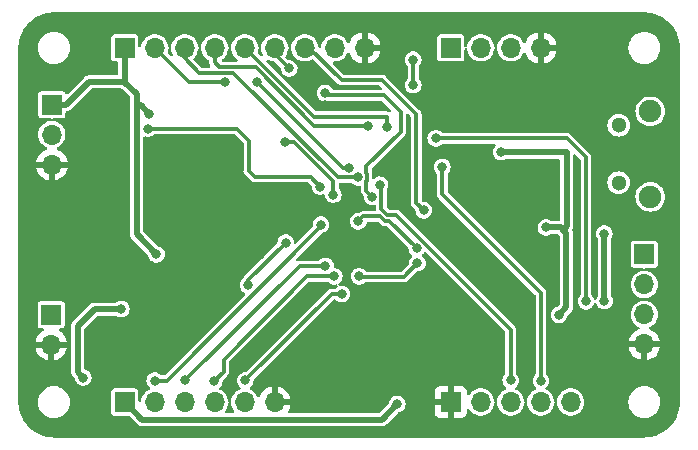
<source format=gbr>
%TF.GenerationSoftware,KiCad,Pcbnew,7.0.5*%
%TF.CreationDate,2023-08-19T00:15:43-06:00*%
%TF.ProjectId,STM32PlayBoard_v1,53544d33-3250-46c6-9179-426f6172645f,rev?*%
%TF.SameCoordinates,Original*%
%TF.FileFunction,Copper,L2,Bot*%
%TF.FilePolarity,Positive*%
%FSLAX46Y46*%
G04 Gerber Fmt 4.6, Leading zero omitted, Abs format (unit mm)*
G04 Created by KiCad (PCBNEW 7.0.5) date 2023-08-19 00:15:43*
%MOMM*%
%LPD*%
G01*
G04 APERTURE LIST*
%TA.AperFunction,ComponentPad*%
%ADD10R,1.700000X1.700000*%
%TD*%
%TA.AperFunction,ComponentPad*%
%ADD11O,1.700000X1.700000*%
%TD*%
%TA.AperFunction,ComponentPad*%
%ADD12C,1.300000*%
%TD*%
%TA.AperFunction,ComponentPad*%
%ADD13C,1.900000*%
%TD*%
%TA.AperFunction,ViaPad*%
%ADD14C,0.800000*%
%TD*%
%TA.AperFunction,Conductor*%
%ADD15C,0.500000*%
%TD*%
%TA.AperFunction,Conductor*%
%ADD16C,0.300000*%
%TD*%
G04 APERTURE END LIST*
D10*
%TO.P,J6,1,Pin_1*%
%TO.N,+3.3V*%
X30000000Y-64000000D03*
D11*
%TO.P,J6,2,Pin_2*%
%TO.N,PB6*%
X32540000Y-64000000D03*
%TO.P,J6,3,Pin_3*%
%TO.N,PB5*%
X35080000Y-64000000D03*
%TO.P,J6,4,Pin_4*%
%TO.N,PB4*%
X37620000Y-64000000D03*
%TO.P,J6,5,Pin_5*%
%TO.N,PB3*%
X40160000Y-64000000D03*
%TO.P,J6,6,Pin_6*%
%TO.N,ADC1_IN0*%
X42700000Y-64000000D03*
%TO.P,J6,7,Pin_7*%
%TO.N,TIM1_CH1*%
X45240000Y-64000000D03*
%TO.P,J6,8,Pin_8*%
%TO.N,TIM1_CH2*%
X47780000Y-64000000D03*
%TO.P,J6,9,Pin_9*%
%TO.N,GND*%
X50320000Y-64000000D03*
%TD*%
D10*
%TO.P,J2,1,Pin_1*%
%TO.N,+3.3V*%
X23830000Y-68810000D03*
D11*
%TO.P,J2,2,Pin_2*%
%TO.N,Net-(J2-Pin_2)*%
X23830000Y-71350000D03*
%TO.P,J2,3,Pin_3*%
%TO.N,GND*%
X23830000Y-73890000D03*
%TD*%
D10*
%TO.P,J8,1,Pin_1*%
%TO.N,+3.3V*%
X30000000Y-94000000D03*
D11*
%TO.P,J8,2,Pin_2*%
%TO.N,SPI1_NSS*%
X32540000Y-94000000D03*
%TO.P,J8,3,Pin_3*%
%TO.N,SPI1_SCK*%
X35080000Y-94000000D03*
%TO.P,J8,4,Pin_4*%
%TO.N,SPI1_MISO*%
X37620000Y-94000000D03*
%TO.P,J8,5,Pin_5*%
%TO.N,SPI1_MOSI*%
X40160000Y-94000000D03*
%TO.P,J8,6,Pin_6*%
%TO.N,GND*%
X42700000Y-94000000D03*
%TD*%
D12*
%TO.P,J3,MH1*%
%TO.N,N/C*%
X71820000Y-75425000D03*
%TO.P,J3,MH2*%
X71820000Y-70575000D03*
D13*
%TO.P,J3,MH3*%
X74500000Y-76625000D03*
%TO.P,J3,MH4*%
X74500000Y-69375000D03*
%TD*%
D10*
%TO.P,J4,1,Pin_1*%
%TO.N,+3.3V*%
X74000000Y-81500000D03*
D11*
%TO.P,J4,2,Pin_2*%
%TO.N,ISC2_SDA*%
X74000000Y-84040000D03*
%TO.P,J4,3,Pin_3*%
%TO.N,I2C2_SCL*%
X74000000Y-86580000D03*
%TO.P,J4,4,Pin_4*%
%TO.N,GND*%
X74000000Y-89120000D03*
%TD*%
D10*
%TO.P,J1,1,Pin_1*%
%TO.N,VCC*%
X23780000Y-86590000D03*
D11*
%TO.P,J1,2,Pin_2*%
%TO.N,GND*%
X23780000Y-89130000D03*
%TD*%
D10*
%TO.P,J5,1,Pin_1*%
%TO.N,+3.3V*%
X57600000Y-64000000D03*
D11*
%TO.P,J5,2,Pin_2*%
%TO.N,PB6*%
X60140000Y-64000000D03*
%TO.P,J5,3,Pin_3*%
%TO.N,USART1_RX*%
X62680000Y-64000000D03*
%TO.P,J5,4,Pin_4*%
%TO.N,GND*%
X65220000Y-64000000D03*
%TD*%
D10*
%TO.P,J7,1,Pin_1*%
%TO.N,GND*%
X57600000Y-94000000D03*
D11*
%TO.P,J7,2,Pin_2*%
%TO.N,PB3*%
X60140000Y-94000000D03*
%TO.P,J7,3,Pin_3*%
%TO.N,SWCLK*%
X62680000Y-94000000D03*
%TO.P,J7,4,Pin_4*%
%TO.N,SWDIO*%
X65220000Y-94000000D03*
%TO.P,J7,5,Pin_5*%
%TO.N,+3.3V*%
X67760000Y-94000000D03*
%TD*%
D14*
%TO.N,GND*%
X51699500Y-74512998D03*
X37880000Y-81250000D03*
X32690000Y-84240000D03*
X27780000Y-91650000D03*
X32290000Y-74250000D03*
X39300000Y-77190000D03*
X58420000Y-88240000D03*
X53080000Y-64020000D03*
X45000000Y-89280000D03*
X43530000Y-86990000D03*
X34210000Y-86880000D03*
X46990000Y-68830000D03*
X37860000Y-86610000D03*
X41160000Y-77910000D03*
X39720000Y-73930000D03*
X27330000Y-74770000D03*
X68750000Y-71690000D03*
X71580000Y-91680000D03*
X41495023Y-81565023D03*
X35670000Y-78890000D03*
X48880000Y-87110000D03*
X51250000Y-79160000D03*
X45410000Y-94010000D03*
X55050000Y-92020000D03*
X48810000Y-86020000D03*
X46400000Y-77230000D03*
X32660000Y-82920000D03*
X64510000Y-73950000D03*
X38000000Y-75410000D03*
X54870000Y-93990000D03*
X63790000Y-87440000D03*
X67770000Y-64000000D03*
%TO.N,+3.3V*%
X53070000Y-94170000D03*
X32690000Y-81490000D03*
X65660000Y-79210000D03*
X61890000Y-72830000D03*
X66780000Y-86610000D03*
X32100000Y-69600000D03*
%TO.N,VBUS*%
X29720000Y-86120000D03*
X70620000Y-85460000D03*
X26500000Y-91930000D03*
X70610000Y-79740000D03*
%TO.N,PB3*%
X56340000Y-71670000D03*
X52180339Y-70730161D03*
X69050000Y-85470000D03*
%TO.N,PB4*%
X50630000Y-70589500D03*
%TO.N,PB5*%
X49750000Y-74970000D03*
%TO.N,PB6*%
X49000500Y-74160000D03*
X38460000Y-66900000D03*
X41240000Y-66890000D03*
X54440000Y-67170000D03*
X54430000Y-65010000D03*
%TO.N,SWCLK*%
X51614750Y-75585250D03*
X62680000Y-92170000D03*
%TO.N,SWDIO*%
X65240000Y-92190000D03*
X56890000Y-74090000D03*
%TO.N,BOOT0*%
X46550000Y-75760000D03*
X31960000Y-70850000D03*
%TO.N,ISC2_SDA*%
X49790000Y-78690000D03*
X54720000Y-80970000D03*
%TO.N,I2C2_SCL*%
X49830000Y-83350500D03*
X54790000Y-82240000D03*
%TO.N,ADC1_IN0*%
X43540000Y-71950000D03*
X47670000Y-76440000D03*
X43930000Y-65750000D03*
%TO.N,TIM1_CH1*%
X55310000Y-77760000D03*
%TO.N,TIM1_CH2*%
X50980000Y-76620000D03*
X46975516Y-67830602D03*
%TO.N,SPI1_NSS*%
X32540000Y-92180000D03*
X46610000Y-78980000D03*
%TO.N,SPI1_SCK*%
X46999500Y-82480016D03*
X35120000Y-92170000D03*
%TO.N,SPI1_MISO*%
X37590000Y-92200000D03*
X47750000Y-83350500D03*
%TO.N,SPI1_MOSI*%
X48370000Y-84850000D03*
X40220000Y-92170000D03*
%TO.N,Status_LED*%
X40441051Y-84089500D03*
X43630000Y-80490000D03*
%TD*%
D15*
%TO.N,+3.3V*%
X53070000Y-94170000D02*
X51750000Y-95490000D01*
X26970000Y-66890000D02*
X25050000Y-68810000D01*
X29980000Y-66890000D02*
X30000000Y-66870000D01*
X31010000Y-79810000D02*
X31010000Y-68920000D01*
X67400000Y-85990000D02*
X66780000Y-86610000D01*
X61910000Y-72850000D02*
X67410000Y-72850000D01*
X29980000Y-66890000D02*
X26970000Y-66890000D01*
X31340000Y-68840000D02*
X31090000Y-68840000D01*
X31010000Y-67920000D02*
X29980000Y-66890000D01*
X66910000Y-79210000D02*
X67095000Y-79395000D01*
X31490000Y-95490000D02*
X30000000Y-94000000D01*
X61890000Y-72830000D02*
X61910000Y-72850000D01*
X67400000Y-79700000D02*
X67400000Y-85990000D01*
X32690000Y-81490000D02*
X31010000Y-79810000D01*
X67095000Y-79395000D02*
X67400000Y-79700000D01*
X67410000Y-72850000D02*
X67410000Y-79080000D01*
X32100000Y-69600000D02*
X31340000Y-68840000D01*
X30000000Y-66870000D02*
X30000000Y-64000000D01*
X25050000Y-68810000D02*
X23830000Y-68810000D01*
X51750000Y-95490000D02*
X31490000Y-95490000D01*
X31010000Y-68920000D02*
X31010000Y-67920000D01*
X65660000Y-79210000D02*
X66910000Y-79210000D01*
X67410000Y-79080000D02*
X67095000Y-79395000D01*
%TO.N,VBUS*%
X26030000Y-91460000D02*
X26030000Y-87560000D01*
X70610000Y-79740000D02*
X70610000Y-85450000D01*
X70610000Y-85450000D02*
X70620000Y-85460000D01*
X26500000Y-91930000D02*
X26030000Y-91460000D01*
X26030000Y-87560000D02*
X27470000Y-86120000D01*
X27470000Y-86120000D02*
X29720000Y-86120000D01*
D16*
%TO.N,PB3*%
X67430000Y-71670000D02*
X56340000Y-71670000D01*
X52170500Y-69840000D02*
X52170500Y-70720322D01*
X52170500Y-70720322D02*
X52180339Y-70730161D01*
X52170500Y-69840000D02*
X46000000Y-69840000D01*
X69050000Y-85470000D02*
X69050000Y-73290000D01*
X69050000Y-73290000D02*
X67430000Y-71670000D01*
X46000000Y-69840000D02*
X40160000Y-64000000D01*
%TO.N,PB4*%
X50630000Y-70589500D02*
X46042394Y-70589500D01*
X46042394Y-70589500D02*
X41082894Y-65630000D01*
X41082894Y-65630000D02*
X38010000Y-65630000D01*
X37620000Y-65240000D02*
X37620000Y-64000000D01*
X38010000Y-65630000D02*
X37620000Y-65240000D01*
%TO.N,PB5*%
X39200000Y-66130000D02*
X36320000Y-66130000D01*
X48040000Y-74970000D02*
X39200000Y-66130000D01*
X35080000Y-64890000D02*
X35080000Y-64000000D01*
X36320000Y-66130000D02*
X35080000Y-64890000D01*
X49750000Y-74970000D02*
X48040000Y-74970000D01*
%TO.N,PB6*%
X38460000Y-66900000D02*
X35440000Y-66900000D01*
X54430000Y-67160000D02*
X54440000Y-67170000D01*
X54430000Y-65010000D02*
X54430000Y-67160000D01*
X35440000Y-66900000D02*
X32540000Y-64000000D01*
X48510000Y-74160000D02*
X49000500Y-74160000D01*
X41240000Y-66890000D02*
X48510000Y-74160000D01*
%TO.N,SWCLK*%
X62680000Y-87869339D02*
X62680000Y-92170000D01*
X51730000Y-77660000D02*
X52230000Y-78160000D01*
X51614750Y-75585250D02*
X51730000Y-75700500D01*
X52970661Y-78160000D02*
X62680000Y-87869339D01*
X52230000Y-78160000D02*
X52970661Y-78160000D01*
X51730000Y-75700500D02*
X51730000Y-77660000D01*
%TO.N,SWDIO*%
X56890000Y-74090000D02*
X56890000Y-76400000D01*
X65240000Y-84750000D02*
X65240000Y-92190000D01*
X56890000Y-76400000D02*
X65240000Y-84750000D01*
%TO.N,BOOT0*%
X40510000Y-74440000D02*
X41020000Y-74950000D01*
X40510000Y-71860000D02*
X40510000Y-74440000D01*
X39500000Y-70850000D02*
X40510000Y-71860000D01*
X45740000Y-74950000D02*
X46550000Y-75760000D01*
X41020000Y-74950000D02*
X45740000Y-74950000D01*
X31960000Y-70850000D02*
X39500000Y-70850000D01*
%TO.N,ISC2_SDA*%
X49790000Y-78690000D02*
X50200000Y-78280000D01*
X50200000Y-78280000D02*
X51642893Y-78280000D01*
X52410000Y-78660000D02*
X54720000Y-80970000D01*
X51642893Y-78280000D02*
X52022893Y-78660000D01*
X52022893Y-78660000D02*
X52410000Y-78660000D01*
%TO.N,I2C2_SCL*%
X49830000Y-83350500D02*
X49889500Y-83410000D01*
X53620000Y-83410000D02*
X54790000Y-82240000D01*
X49889500Y-83410000D02*
X53620000Y-83410000D01*
%TO.N,ADC1_IN0*%
X47660000Y-75297106D02*
X47660000Y-76450000D01*
X42700000Y-64520000D02*
X43930000Y-65750000D01*
X43540000Y-71950000D02*
X44312894Y-71950000D01*
X42700000Y-64000000D02*
X42700000Y-64520000D01*
X44312894Y-71950000D02*
X47660000Y-75297106D01*
X47660000Y-76450000D02*
X47670000Y-76440000D01*
%TO.N,TIM1_CH1*%
X45630661Y-64000000D02*
X45240000Y-64000000D01*
X54680000Y-76800000D02*
X54680000Y-77130000D01*
X54680000Y-77130000D02*
X55310000Y-77760000D01*
X48370661Y-66740000D02*
X45630661Y-64000000D01*
X54680000Y-76800000D02*
X54680000Y-69630000D01*
X51790000Y-66740000D02*
X48370661Y-66740000D01*
X54680000Y-69630000D02*
X51790000Y-66740000D01*
%TO.N,TIM1_CH2*%
X47174914Y-68030000D02*
X51940000Y-68030000D01*
X53370000Y-71130000D02*
X50470000Y-74030000D01*
X50470000Y-76110000D02*
X50980000Y-76620000D01*
X51940000Y-68030000D02*
X53370000Y-69460000D01*
X50470000Y-74629339D02*
X50500000Y-74659339D01*
X50470000Y-75310661D02*
X50470000Y-76110000D01*
X50500000Y-75280661D02*
X50470000Y-75310661D01*
X50500000Y-74659339D02*
X50500000Y-75280661D01*
X53370000Y-69460000D02*
X53370000Y-71130000D01*
X46975516Y-67830602D02*
X47174914Y-68030000D01*
X50470000Y-74030000D02*
X50470000Y-74629339D01*
%TO.N,SPI1_NSS*%
X46610000Y-79130000D02*
X46610000Y-78980000D01*
X33560000Y-92180000D02*
X46610000Y-79130000D01*
X32540000Y-92180000D02*
X33560000Y-92180000D01*
%TO.N,SPI1_SCK*%
X44809984Y-82480016D02*
X35120000Y-92170000D01*
X46999500Y-82480016D02*
X44809984Y-82480016D01*
%TO.N,SPI1_MISO*%
X38370000Y-90400000D02*
X38370000Y-91420000D01*
X38370000Y-91420000D02*
X37590000Y-92200000D01*
X45419500Y-83350500D02*
X38370000Y-90400000D01*
X47750000Y-83350500D02*
X45419500Y-83350500D01*
%TO.N,SPI1_MOSI*%
X47540000Y-84850000D02*
X48370000Y-84850000D01*
X40220000Y-92170000D02*
X47540000Y-84850000D01*
%TO.N,Status_LED*%
X40441051Y-84089500D02*
X40441051Y-83678949D01*
X40441051Y-83678949D02*
X43630000Y-80490000D01*
%TD*%
%TA.AperFunction,Conductor*%
%TO.N,GND*%
G36*
X47222156Y-83820685D02*
G01*
X47237344Y-83832185D01*
X47349147Y-83931233D01*
X47349149Y-83931235D01*
X47499773Y-84010289D01*
X47499775Y-84010290D01*
X47664944Y-84051000D01*
X47835054Y-84051000D01*
X47835056Y-84051000D01*
X47880431Y-84039816D01*
X47950230Y-84042885D01*
X48007293Y-84083204D01*
X48033498Y-84147973D01*
X48020527Y-84216628D01*
X47975076Y-84264647D01*
X47975322Y-84265004D01*
X47973641Y-84266164D01*
X47972498Y-84267372D01*
X47969443Y-84269061D01*
X47969147Y-84269266D01*
X47857344Y-84368315D01*
X47794111Y-84398037D01*
X47775117Y-84399500D01*
X47568783Y-84399500D01*
X47561844Y-84399110D01*
X47546322Y-84397361D01*
X47522963Y-84394729D01*
X47465672Y-84405570D01*
X47463387Y-84405958D01*
X47405715Y-84414651D01*
X47397532Y-84417175D01*
X47389529Y-84419976D01*
X47337961Y-84447230D01*
X47335892Y-84448275D01*
X47283357Y-84473574D01*
X47276338Y-84478359D01*
X47269460Y-84483435D01*
X47228239Y-84524656D01*
X47226571Y-84526263D01*
X47183804Y-84565946D01*
X47178013Y-84573208D01*
X47177362Y-84572688D01*
X47167967Y-84584928D01*
X40319716Y-91433181D01*
X40258393Y-91466666D01*
X40232035Y-91469500D01*
X40134944Y-91469500D01*
X39969773Y-91510210D01*
X39819150Y-91589263D01*
X39691816Y-91702072D01*
X39595182Y-91842068D01*
X39534860Y-92001125D01*
X39534859Y-92001130D01*
X39514355Y-92170000D01*
X39534859Y-92338869D01*
X39534860Y-92338874D01*
X39595182Y-92497931D01*
X39658588Y-92589789D01*
X39686958Y-92630890D01*
X39691818Y-92637930D01*
X39782672Y-92718420D01*
X39819799Y-92777609D01*
X39819031Y-92847475D01*
X39780613Y-92905834D01*
X39745239Y-92926861D01*
X39644991Y-92965697D01*
X39644980Y-92965702D01*
X39463699Y-93077947D01*
X39306127Y-93221593D01*
X39177632Y-93391746D01*
X39082596Y-93582605D01*
X39082596Y-93582607D01*
X39024244Y-93787689D01*
X39013471Y-93903951D01*
X38987685Y-93968888D01*
X38943130Y-94000804D01*
X38979503Y-94021668D01*
X39011693Y-94083681D01*
X39013471Y-94096048D01*
X39024244Y-94212310D01*
X39082596Y-94417392D01*
X39082596Y-94417394D01*
X39177632Y-94608253D01*
X39277708Y-94740773D01*
X39302400Y-94806134D01*
X39287835Y-94874469D01*
X39238638Y-94924081D01*
X39178754Y-94939500D01*
X38601246Y-94939500D01*
X38534207Y-94919815D01*
X38488452Y-94867011D01*
X38478508Y-94797853D01*
X38502292Y-94740773D01*
X38549825Y-94677830D01*
X38602366Y-94608255D01*
X38656270Y-94500000D01*
X38697403Y-94417394D01*
X38697403Y-94417393D01*
X38697405Y-94417389D01*
X38755756Y-94212310D01*
X38766529Y-94096047D01*
X38792315Y-94031111D01*
X38836869Y-93999194D01*
X38800497Y-93978331D01*
X38768307Y-93916318D01*
X38766529Y-93903951D01*
X38762030Y-93855398D01*
X38755756Y-93787690D01*
X38697405Y-93582611D01*
X38697403Y-93582606D01*
X38697403Y-93582605D01*
X38602367Y-93391746D01*
X38473872Y-93221593D01*
X38473871Y-93221593D01*
X38316302Y-93077948D01*
X38135019Y-92965702D01*
X38135008Y-92965697D01*
X38079193Y-92944074D01*
X38023791Y-92901501D01*
X38000201Y-92835735D01*
X38015912Y-92767654D01*
X38041758Y-92735634D01*
X38118183Y-92667929D01*
X38214818Y-92527930D01*
X38275140Y-92368872D01*
X38295645Y-92200000D01*
X38295502Y-92198824D01*
X38295645Y-92197965D01*
X38295645Y-92192499D01*
X38296553Y-92192499D01*
X38306955Y-92129901D01*
X38330912Y-92096189D01*
X38668205Y-91758896D01*
X38673373Y-91754277D01*
X38703970Y-91729879D01*
X38736865Y-91681629D01*
X38738131Y-91679845D01*
X38772793Y-91632882D01*
X38772793Y-91632879D01*
X38772795Y-91632878D01*
X38776787Y-91625324D01*
X38780471Y-91617675D01*
X38782863Y-91609920D01*
X38797673Y-91561902D01*
X38798382Y-91559749D01*
X38817646Y-91504699D01*
X38817646Y-91504696D01*
X38819228Y-91496336D01*
X38820500Y-91487899D01*
X38820500Y-91429594D01*
X38820542Y-91427308D01*
X38822725Y-91368990D01*
X38821685Y-91359758D01*
X38822513Y-91359664D01*
X38820500Y-91344361D01*
X38820500Y-90637965D01*
X38840185Y-90570926D01*
X38856819Y-90550284D01*
X45569784Y-83837319D01*
X45631107Y-83803834D01*
X45657465Y-83801000D01*
X47155117Y-83801000D01*
X47222156Y-83820685D01*
G37*
%TD.AperFunction*%
%TA.AperFunction,Conductor*%
G36*
X74001620Y-61000584D02*
G01*
X74133434Y-61007493D01*
X74317027Y-61017803D01*
X74323212Y-61018465D01*
X74475667Y-61042611D01*
X74638178Y-61070223D01*
X74643811Y-61071453D01*
X74796699Y-61112419D01*
X74898647Y-61141790D01*
X74951724Y-61157082D01*
X74956766Y-61158772D01*
X75105467Y-61215852D01*
X75106828Y-61216395D01*
X75254017Y-61277362D01*
X75258412Y-61279388D01*
X75333591Y-61317694D01*
X75400993Y-61352038D01*
X75402835Y-61353016D01*
X75469888Y-61390074D01*
X75541480Y-61429641D01*
X75545215Y-61431882D01*
X75679797Y-61519281D01*
X75681907Y-61520714D01*
X75752735Y-61570969D01*
X75810764Y-61612142D01*
X75813886Y-61614510D01*
X75938748Y-61715621D01*
X75941034Y-61717567D01*
X76058721Y-61822738D01*
X76061248Y-61825128D01*
X76174870Y-61938750D01*
X76177260Y-61941277D01*
X76282431Y-62058964D01*
X76284385Y-62061260D01*
X76385480Y-62186102D01*
X76387862Y-62189243D01*
X76479284Y-62318091D01*
X76480717Y-62320201D01*
X76521560Y-62383093D01*
X76568106Y-62454767D01*
X76570364Y-62458531D01*
X76646982Y-62597163D01*
X76647960Y-62599005D01*
X76720604Y-62741574D01*
X76722643Y-62745997D01*
X76781744Y-62888680D01*
X76783570Y-62893087D01*
X76784171Y-62894595D01*
X76841221Y-63043217D01*
X76842916Y-63048274D01*
X76887579Y-63203299D01*
X76928541Y-63356170D01*
X76929778Y-63361835D01*
X76957399Y-63524400D01*
X76981530Y-63676758D01*
X76982196Y-63682985D01*
X76992511Y-63866652D01*
X76999415Y-63998377D01*
X76999500Y-64001623D01*
X76999500Y-93998376D01*
X76999415Y-94001622D01*
X76992511Y-94133346D01*
X76982196Y-94317013D01*
X76981530Y-94323240D01*
X76957399Y-94475598D01*
X76929778Y-94638163D01*
X76928541Y-94643828D01*
X76887579Y-94796699D01*
X76842916Y-94951724D01*
X76841221Y-94956781D01*
X76784171Y-95105403D01*
X76783570Y-95106911D01*
X76722643Y-95254001D01*
X76720604Y-95258424D01*
X76647960Y-95400993D01*
X76646982Y-95402835D01*
X76570364Y-95541467D01*
X76568097Y-95545246D01*
X76480717Y-95679797D01*
X76479284Y-95681907D01*
X76387862Y-95810755D01*
X76385480Y-95813896D01*
X76284385Y-95938738D01*
X76282431Y-95941034D01*
X76177260Y-96058721D01*
X76174870Y-96061248D01*
X76061248Y-96174870D01*
X76058721Y-96177260D01*
X75941034Y-96282431D01*
X75938738Y-96284385D01*
X75813896Y-96385480D01*
X75810755Y-96387862D01*
X75681907Y-96479284D01*
X75679797Y-96480717D01*
X75545246Y-96568097D01*
X75541467Y-96570364D01*
X75402835Y-96646982D01*
X75400993Y-96647960D01*
X75258424Y-96720604D01*
X75254001Y-96722643D01*
X75106911Y-96783570D01*
X75105403Y-96784171D01*
X74956781Y-96841221D01*
X74951724Y-96842916D01*
X74796699Y-96887579D01*
X74643828Y-96928541D01*
X74638163Y-96929778D01*
X74475598Y-96957399D01*
X74323240Y-96981530D01*
X74317013Y-96982196D01*
X74133346Y-96992511D01*
X74001622Y-96999415D01*
X73998376Y-96999500D01*
X24001624Y-96999500D01*
X23998378Y-96999415D01*
X23866652Y-96992511D01*
X23682985Y-96982196D01*
X23676758Y-96981530D01*
X23524400Y-96957399D01*
X23361835Y-96929778D01*
X23356170Y-96928541D01*
X23203299Y-96887579D01*
X23048274Y-96842916D01*
X23043217Y-96841221D01*
X22894595Y-96784171D01*
X22893087Y-96783570D01*
X22745997Y-96722643D01*
X22741574Y-96720604D01*
X22599005Y-96647960D01*
X22597163Y-96646982D01*
X22458531Y-96570364D01*
X22454767Y-96568106D01*
X22380513Y-96519885D01*
X22320201Y-96480717D01*
X22318091Y-96479284D01*
X22189243Y-96387862D01*
X22186102Y-96385480D01*
X22061260Y-96284385D01*
X22058964Y-96282431D01*
X21941277Y-96177260D01*
X21938750Y-96174870D01*
X21825128Y-96061248D01*
X21822738Y-96058721D01*
X21717567Y-95941034D01*
X21715613Y-95938738D01*
X21710777Y-95932766D01*
X21614510Y-95813886D01*
X21612136Y-95810755D01*
X21520714Y-95681907D01*
X21519281Y-95679797D01*
X21491119Y-95636432D01*
X21431882Y-95545215D01*
X21429641Y-95541480D01*
X21390074Y-95469888D01*
X21353016Y-95402835D01*
X21352038Y-95400993D01*
X21297190Y-95293350D01*
X21279388Y-95258412D01*
X21277362Y-95254017D01*
X21216395Y-95106828D01*
X21215852Y-95105467D01*
X21158772Y-94956766D01*
X21157082Y-94951724D01*
X21132676Y-94867011D01*
X21112419Y-94796699D01*
X21071453Y-94643811D01*
X21070223Y-94638178D01*
X21042611Y-94475667D01*
X21018465Y-94323212D01*
X21017803Y-94317027D01*
X21007493Y-94133434D01*
X21000584Y-94001621D01*
X21000542Y-94000000D01*
X22644341Y-94000000D01*
X22664936Y-94235403D01*
X22664938Y-94235413D01*
X22726094Y-94463655D01*
X22726096Y-94463659D01*
X22726097Y-94463663D01*
X22776031Y-94570745D01*
X22825964Y-94677828D01*
X22825965Y-94677830D01*
X22961505Y-94871402D01*
X23128597Y-95038494D01*
X23322169Y-95174034D01*
X23322171Y-95174035D01*
X23536337Y-95273903D01*
X23764592Y-95335063D01*
X23941032Y-95350499D01*
X23941033Y-95350500D01*
X23941034Y-95350500D01*
X24058967Y-95350500D01*
X24058967Y-95350499D01*
X24235408Y-95335063D01*
X24463663Y-95273903D01*
X24677829Y-95174035D01*
X24871401Y-95038495D01*
X25015040Y-94894856D01*
X28849500Y-94894856D01*
X28849502Y-94894882D01*
X28852413Y-94919987D01*
X28852415Y-94919991D01*
X28897793Y-95022764D01*
X28897794Y-95022765D01*
X28977235Y-95102206D01*
X29080009Y-95147585D01*
X29105135Y-95150500D01*
X30320612Y-95150499D01*
X30387651Y-95170184D01*
X30408293Y-95186818D01*
X31093355Y-95871879D01*
X31094798Y-95873373D01*
X31139320Y-95921044D01*
X31177140Y-95944042D01*
X31182379Y-95947607D01*
X31217658Y-95974361D01*
X31234353Y-95980944D01*
X31253290Y-95990351D01*
X31268618Y-95999672D01*
X31311247Y-96011616D01*
X31317261Y-96013639D01*
X31323086Y-96015935D01*
X31358436Y-96029876D01*
X31376287Y-96031711D01*
X31397052Y-96035657D01*
X31414335Y-96040500D01*
X31458594Y-96040500D01*
X31464935Y-96040824D01*
X31508972Y-96045352D01*
X31526655Y-96042303D01*
X31547724Y-96040500D01*
X51739536Y-96040500D01*
X51741652Y-96040536D01*
X51751356Y-96040867D01*
X51806826Y-96042762D01*
X51849832Y-96032280D01*
X51856051Y-96031098D01*
X51899920Y-96025070D01*
X51916383Y-96017918D01*
X51936416Y-96011181D01*
X51953852Y-96006933D01*
X51992465Y-95985221D01*
X51998090Y-95982427D01*
X52038720Y-95964780D01*
X52052632Y-95953460D01*
X52070123Y-95941557D01*
X52085755Y-95932768D01*
X52085753Y-95932768D01*
X52085759Y-95932766D01*
X52117059Y-95901464D01*
X52121771Y-95897211D01*
X52156108Y-95869278D01*
X52166456Y-95854616D01*
X52180074Y-95838449D01*
X53120680Y-94897844D01*
X56250000Y-94897844D01*
X56256401Y-94957372D01*
X56256403Y-94957379D01*
X56306645Y-95092086D01*
X56306649Y-95092093D01*
X56392809Y-95207187D01*
X56392812Y-95207190D01*
X56507906Y-95293350D01*
X56507913Y-95293354D01*
X56642620Y-95343596D01*
X56642627Y-95343598D01*
X56702155Y-95349999D01*
X56702172Y-95350000D01*
X57350000Y-95350000D01*
X57350000Y-94435501D01*
X57457685Y-94484680D01*
X57564237Y-94500000D01*
X57635763Y-94500000D01*
X57742315Y-94484680D01*
X57850000Y-94435501D01*
X57850000Y-95350000D01*
X58497828Y-95350000D01*
X58497844Y-95349999D01*
X58557372Y-95343598D01*
X58557379Y-95343596D01*
X58692086Y-95293354D01*
X58692093Y-95293350D01*
X58807187Y-95207190D01*
X58807190Y-95207187D01*
X58893350Y-95092093D01*
X58893354Y-95092086D01*
X58943596Y-94957379D01*
X58943598Y-94957372D01*
X58949999Y-94897844D01*
X58950000Y-94897827D01*
X58950000Y-94703268D01*
X58969685Y-94636229D01*
X59022489Y-94590474D01*
X59091647Y-94580530D01*
X59155203Y-94609555D01*
X59172950Y-94628537D01*
X59286128Y-94778407D01*
X59443698Y-94922052D01*
X59624981Y-95034298D01*
X59823802Y-95111321D01*
X60033390Y-95150500D01*
X60033392Y-95150500D01*
X60246608Y-95150500D01*
X60246610Y-95150500D01*
X60456198Y-95111321D01*
X60655019Y-95034298D01*
X60836302Y-94922052D01*
X60993872Y-94778407D01*
X61122366Y-94608255D01*
X61176270Y-94500000D01*
X61217403Y-94417394D01*
X61217403Y-94417393D01*
X61217405Y-94417389D01*
X61275756Y-94212310D01*
X61286529Y-94096047D01*
X61312315Y-94031111D01*
X61356869Y-93999194D01*
X61320497Y-93978331D01*
X61288307Y-93916318D01*
X61286529Y-93903951D01*
X61282030Y-93855398D01*
X61275756Y-93787690D01*
X61217405Y-93582611D01*
X61217403Y-93582606D01*
X61217403Y-93582605D01*
X61122367Y-93391746D01*
X60993872Y-93221593D01*
X60836302Y-93077948D01*
X60655019Y-92965702D01*
X60655017Y-92965701D01*
X60528351Y-92916631D01*
X60456198Y-92888679D01*
X60246610Y-92849500D01*
X60033390Y-92849500D01*
X59823802Y-92888679D01*
X59823799Y-92888679D01*
X59823799Y-92888680D01*
X59624982Y-92965701D01*
X59624980Y-92965702D01*
X59443699Y-93077947D01*
X59286127Y-93221593D01*
X59172954Y-93371458D01*
X59116845Y-93413094D01*
X59047133Y-93417785D01*
X58985951Y-93384043D01*
X58952724Y-93322579D01*
X58950000Y-93296731D01*
X58950000Y-93102172D01*
X58949999Y-93102155D01*
X58943598Y-93042627D01*
X58943596Y-93042620D01*
X58893354Y-92907913D01*
X58893350Y-92907906D01*
X58807190Y-92792812D01*
X58807187Y-92792809D01*
X58692093Y-92706649D01*
X58692086Y-92706645D01*
X58557379Y-92656403D01*
X58557372Y-92656401D01*
X58497844Y-92650000D01*
X57850000Y-92650000D01*
X57850000Y-93564498D01*
X57742315Y-93515320D01*
X57635763Y-93500000D01*
X57564237Y-93500000D01*
X57457685Y-93515320D01*
X57350000Y-93564498D01*
X57350000Y-92650000D01*
X56702155Y-92650000D01*
X56642627Y-92656401D01*
X56642620Y-92656403D01*
X56507913Y-92706645D01*
X56507906Y-92706649D01*
X56392812Y-92792809D01*
X56392809Y-92792812D01*
X56306649Y-92907906D01*
X56306645Y-92907913D01*
X56256403Y-93042620D01*
X56256401Y-93042627D01*
X56250000Y-93102155D01*
X56250000Y-93750000D01*
X57166314Y-93750000D01*
X57140507Y-93790156D01*
X57100000Y-93928111D01*
X57100000Y-94071889D01*
X57140507Y-94209844D01*
X57166314Y-94250000D01*
X56250000Y-94250000D01*
X56250000Y-94897844D01*
X53120680Y-94897844D01*
X53121283Y-94897241D01*
X53179286Y-94864527D01*
X53320225Y-94829790D01*
X53320225Y-94829789D01*
X53470849Y-94750736D01*
X53470850Y-94750734D01*
X53470852Y-94750734D01*
X53598183Y-94637929D01*
X53694818Y-94497930D01*
X53755140Y-94338872D01*
X53775645Y-94170000D01*
X53755140Y-94001128D01*
X53755138Y-94001124D01*
X53704563Y-93867765D01*
X53694818Y-93842070D01*
X53598183Y-93702071D01*
X53470852Y-93589266D01*
X53470849Y-93589263D01*
X53320226Y-93510210D01*
X53155056Y-93469500D01*
X52984944Y-93469500D01*
X52819773Y-93510210D01*
X52669150Y-93589263D01*
X52541816Y-93702072D01*
X52445182Y-93842068D01*
X52445182Y-93842069D01*
X52384860Y-94001124D01*
X52384859Y-94001129D01*
X52379584Y-94044572D01*
X52351960Y-94108749D01*
X52344169Y-94117304D01*
X51558294Y-94903181D01*
X51496971Y-94936666D01*
X51470613Y-94939500D01*
X43928402Y-94939500D01*
X43861363Y-94919815D01*
X43815608Y-94867011D01*
X43805664Y-94797853D01*
X43826828Y-94744376D01*
X43873595Y-94677585D01*
X43873599Y-94677579D01*
X43973429Y-94463492D01*
X43973432Y-94463486D01*
X44030636Y-94250000D01*
X43133686Y-94250000D01*
X43159493Y-94209844D01*
X43200000Y-94071889D01*
X43200000Y-93928111D01*
X43159493Y-93790156D01*
X43133686Y-93750000D01*
X44030636Y-93750000D01*
X44030635Y-93749999D01*
X43973432Y-93536513D01*
X43973429Y-93536507D01*
X43873600Y-93322422D01*
X43873599Y-93322420D01*
X43738113Y-93128926D01*
X43738108Y-93128920D01*
X43571082Y-92961894D01*
X43377578Y-92826399D01*
X43163492Y-92726570D01*
X43163486Y-92726567D01*
X42950000Y-92669364D01*
X42950000Y-93564498D01*
X42842315Y-93515320D01*
X42735763Y-93500000D01*
X42664237Y-93500000D01*
X42557685Y-93515320D01*
X42450000Y-93564498D01*
X42450000Y-92669364D01*
X42449999Y-92669364D01*
X42236513Y-92726567D01*
X42236507Y-92726570D01*
X42022422Y-92826399D01*
X42022420Y-92826400D01*
X41828926Y-92961886D01*
X41828920Y-92961891D01*
X41661891Y-93128920D01*
X41661886Y-93128926D01*
X41526400Y-93322420D01*
X41526399Y-93322422D01*
X41432705Y-93523348D01*
X41386532Y-93575787D01*
X41319339Y-93594939D01*
X41252457Y-93574723D01*
X41209324Y-93526216D01*
X41142366Y-93391745D01*
X41013872Y-93221593D01*
X40856302Y-93077948D01*
X40675019Y-92965702D01*
X40675014Y-92965700D01*
X40658249Y-92959205D01*
X40602848Y-92916631D01*
X40579259Y-92850864D01*
X40594971Y-92782784D01*
X40620818Y-92750763D01*
X40620848Y-92750735D01*
X40620852Y-92750734D01*
X40748183Y-92637929D01*
X40844818Y-92497930D01*
X40905140Y-92338872D01*
X40925645Y-92170000D01*
X40925500Y-92168814D01*
X40925645Y-92167947D01*
X40925645Y-92162498D01*
X40926551Y-92162498D01*
X40936961Y-92099890D01*
X40960913Y-92066189D01*
X47688948Y-85338154D01*
X47750269Y-85304671D01*
X47819961Y-85309655D01*
X47858852Y-85333021D01*
X47967755Y-85429500D01*
X47969147Y-85430733D01*
X47969149Y-85430735D01*
X48119773Y-85509789D01*
X48119775Y-85509790D01*
X48284944Y-85550500D01*
X48455056Y-85550500D01*
X48620225Y-85509790D01*
X48715093Y-85459999D01*
X48770849Y-85430736D01*
X48770850Y-85430734D01*
X48770852Y-85430734D01*
X48898183Y-85317929D01*
X48994818Y-85177930D01*
X49055140Y-85018872D01*
X49075645Y-84850000D01*
X49055140Y-84681128D01*
X48994818Y-84522070D01*
X48974999Y-84493358D01*
X48950172Y-84457389D01*
X48898183Y-84382071D01*
X48770852Y-84269266D01*
X48770849Y-84269263D01*
X48620226Y-84190210D01*
X48455056Y-84149500D01*
X48284944Y-84149500D01*
X48284940Y-84149500D01*
X48239568Y-84160683D01*
X48169766Y-84157613D01*
X48112705Y-84117293D01*
X48086500Y-84052523D01*
X48099473Y-83983868D01*
X48144923Y-83935851D01*
X48144678Y-83935496D01*
X48146358Y-83934335D01*
X48147504Y-83933126D01*
X48150562Y-83931434D01*
X48150847Y-83931237D01*
X48150848Y-83931236D01*
X48150852Y-83931234D01*
X48278183Y-83818429D01*
X48374818Y-83678430D01*
X48435140Y-83519372D01*
X48455645Y-83350500D01*
X48435140Y-83181628D01*
X48374818Y-83022570D01*
X48278183Y-82882571D01*
X48150852Y-82769766D01*
X48150849Y-82769763D01*
X48000226Y-82690710D01*
X47835056Y-82650000D01*
X47824472Y-82650000D01*
X47757433Y-82630315D01*
X47711678Y-82577511D01*
X47701376Y-82511053D01*
X47705145Y-82480016D01*
X47684640Y-82311144D01*
X47624318Y-82152086D01*
X47622733Y-82149790D01*
X47573037Y-82077793D01*
X47527683Y-82012087D01*
X47414787Y-81912070D01*
X47400349Y-81899279D01*
X47249726Y-81820226D01*
X47084556Y-81779516D01*
X46914444Y-81779516D01*
X46749273Y-81820226D01*
X46598649Y-81899280D01*
X46598647Y-81899282D01*
X46486844Y-81998331D01*
X46423611Y-82028053D01*
X46404617Y-82029516D01*
X44838767Y-82029516D01*
X44831828Y-82029126D01*
X44818614Y-82027637D01*
X44792949Y-82024745D01*
X44735628Y-82035589D01*
X44733346Y-82035977D01*
X44675699Y-82044667D01*
X44667540Y-82047183D01*
X44660973Y-82049481D01*
X44657300Y-82049668D01*
X44651985Y-82051417D01*
X44650441Y-82051710D01*
X44650122Y-82050033D01*
X44591193Y-82053037D01*
X44530569Y-82018304D01*
X44498346Y-81956308D01*
X44504757Y-81886733D01*
X44532343Y-81844758D01*
X46672667Y-79704434D01*
X46730671Y-79671720D01*
X46860225Y-79639790D01*
X47010852Y-79560734D01*
X47138183Y-79447929D01*
X47234818Y-79307930D01*
X47295140Y-79148872D01*
X47315645Y-78980000D01*
X47295140Y-78811128D01*
X47234818Y-78652070D01*
X47219077Y-78629266D01*
X47200476Y-78602318D01*
X47138183Y-78512071D01*
X47010852Y-78399266D01*
X47010849Y-78399263D01*
X46860226Y-78320210D01*
X46695056Y-78279500D01*
X46524944Y-78279500D01*
X46359773Y-78320210D01*
X46209150Y-78399263D01*
X46081816Y-78512072D01*
X45985182Y-78652068D01*
X45924860Y-78811125D01*
X45924859Y-78811130D01*
X45904355Y-78980000D01*
X45920740Y-79114941D01*
X45909280Y-79183865D01*
X45885325Y-79217569D01*
X44545743Y-80557151D01*
X44484420Y-80590636D01*
X44414728Y-80585652D01*
X44358795Y-80543780D01*
X44334967Y-80484419D01*
X44315140Y-80321128D01*
X44254818Y-80162070D01*
X44243559Y-80145759D01*
X44189837Y-80067930D01*
X44158183Y-80022071D01*
X44063316Y-79938026D01*
X44030849Y-79909263D01*
X43880226Y-79830210D01*
X43715056Y-79789500D01*
X43544944Y-79789500D01*
X43379773Y-79830210D01*
X43229150Y-79909263D01*
X43101816Y-80022072D01*
X43005182Y-80162068D01*
X42944860Y-80321125D01*
X42944859Y-80321130D01*
X42924355Y-80490000D01*
X42924355Y-80490009D01*
X42924499Y-80491196D01*
X42924355Y-80492061D01*
X42924355Y-80497500D01*
X42923450Y-80497500D01*
X42913032Y-80560118D01*
X42889083Y-80593811D01*
X40142855Y-83340041D01*
X40137668Y-83344676D01*
X40107084Y-83369066D01*
X40107081Y-83369070D01*
X40074222Y-83417262D01*
X40072883Y-83419149D01*
X40038257Y-83466067D01*
X40034267Y-83473616D01*
X40030579Y-83481273D01*
X40025539Y-83497615D01*
X39989276Y-83553879D01*
X39912868Y-83621570D01*
X39912866Y-83621573D01*
X39816233Y-83761568D01*
X39755911Y-83920625D01*
X39755910Y-83920630D01*
X39735406Y-84089499D01*
X39755910Y-84258369D01*
X39755911Y-84258374D01*
X39816233Y-84417431D01*
X39868643Y-84493358D01*
X39912868Y-84557429D01*
X40040199Y-84670234D01*
X40040201Y-84670235D01*
X40148360Y-84727002D01*
X40198572Y-84775586D01*
X40214547Y-84843605D01*
X40191212Y-84909463D01*
X40178415Y-84924479D01*
X33409716Y-91693181D01*
X33348393Y-91726666D01*
X33322035Y-91729500D01*
X33134883Y-91729500D01*
X33067844Y-91709815D01*
X33052656Y-91698315D01*
X32940852Y-91599266D01*
X32940850Y-91599264D01*
X32790226Y-91520210D01*
X32625056Y-91479500D01*
X32454944Y-91479500D01*
X32289773Y-91520210D01*
X32139150Y-91599263D01*
X32011816Y-91712072D01*
X31915182Y-91852068D01*
X31854860Y-92011125D01*
X31854859Y-92011130D01*
X31834355Y-92179999D01*
X31854859Y-92348869D01*
X31854860Y-92348874D01*
X31915182Y-92507931D01*
X31948656Y-92556425D01*
X32011817Y-92647929D01*
X32113073Y-92737634D01*
X32150200Y-92796823D01*
X32149432Y-92866688D01*
X32111015Y-92925048D01*
X32075642Y-92946075D01*
X32024985Y-92965700D01*
X32024980Y-92965702D01*
X31843699Y-93077947D01*
X31686127Y-93221593D01*
X31557632Y-93391746D01*
X31462596Y-93582605D01*
X31462596Y-93582607D01*
X31404244Y-93787689D01*
X31397970Y-93855398D01*
X31372184Y-93920335D01*
X31315384Y-93961023D01*
X31245603Y-93964543D01*
X31184996Y-93929778D01*
X31152806Y-93867765D01*
X31150499Y-93843957D01*
X31150499Y-93105143D01*
X31150499Y-93105136D01*
X31150497Y-93105117D01*
X31147586Y-93080012D01*
X31147585Y-93080010D01*
X31147585Y-93080009D01*
X31102206Y-92977235D01*
X31022765Y-92897794D01*
X31002124Y-92888680D01*
X30919992Y-92852415D01*
X30894865Y-92849500D01*
X29105143Y-92849500D01*
X29105117Y-92849502D01*
X29080012Y-92852413D01*
X29080008Y-92852415D01*
X28977235Y-92897793D01*
X28897794Y-92977234D01*
X28852415Y-93080006D01*
X28852415Y-93080008D01*
X28849500Y-93105131D01*
X28849500Y-94894856D01*
X25015040Y-94894856D01*
X25038495Y-94871401D01*
X25174035Y-94677830D01*
X25273903Y-94463663D01*
X25335063Y-94235408D01*
X25355659Y-94000000D01*
X25355588Y-93999194D01*
X25344090Y-93867765D01*
X25335063Y-93764592D01*
X25286300Y-93582605D01*
X25273905Y-93536344D01*
X25273904Y-93536343D01*
X25273903Y-93536337D01*
X25174035Y-93322171D01*
X25174034Y-93322169D01*
X25038494Y-93128597D01*
X24871402Y-92961505D01*
X24677830Y-92825965D01*
X24677828Y-92825964D01*
X24557073Y-92769655D01*
X24463663Y-92726097D01*
X24463659Y-92726096D01*
X24463655Y-92726094D01*
X24235413Y-92664938D01*
X24235403Y-92664936D01*
X24058967Y-92649500D01*
X24058966Y-92649500D01*
X23941034Y-92649500D01*
X23941033Y-92649500D01*
X23764596Y-92664936D01*
X23764586Y-92664938D01*
X23536344Y-92726094D01*
X23536335Y-92726098D01*
X23322171Y-92825964D01*
X23322169Y-92825965D01*
X23128597Y-92961505D01*
X22961506Y-93128597D01*
X22961501Y-93128604D01*
X22825967Y-93322165D01*
X22825965Y-93322169D01*
X22726098Y-93536335D01*
X22726094Y-93536344D01*
X22664938Y-93764586D01*
X22664936Y-93764596D01*
X22644341Y-93999999D01*
X22644341Y-94000000D01*
X21000542Y-94000000D01*
X21000500Y-93998377D01*
X21000500Y-89380000D01*
X22449364Y-89380000D01*
X22506567Y-89593486D01*
X22506570Y-89593492D01*
X22606399Y-89807578D01*
X22741894Y-90001082D01*
X22908917Y-90168105D01*
X23102421Y-90303600D01*
X23316507Y-90403429D01*
X23316516Y-90403433D01*
X23530000Y-90460634D01*
X23530000Y-89565501D01*
X23637685Y-89614680D01*
X23744237Y-89630000D01*
X23815763Y-89630000D01*
X23922315Y-89614680D01*
X24030000Y-89565501D01*
X24030000Y-90460633D01*
X24243483Y-90403433D01*
X24243492Y-90403429D01*
X24457578Y-90303600D01*
X24651082Y-90168105D01*
X24818105Y-90001082D01*
X24953600Y-89807578D01*
X25053429Y-89593492D01*
X25053432Y-89593486D01*
X25110636Y-89380000D01*
X24213686Y-89380000D01*
X24239493Y-89339844D01*
X24280000Y-89201889D01*
X24280000Y-89058111D01*
X24239493Y-88920156D01*
X24213686Y-88880000D01*
X25110636Y-88880000D01*
X25110635Y-88879999D01*
X25053432Y-88666513D01*
X25053429Y-88666507D01*
X24953600Y-88452422D01*
X24953599Y-88452420D01*
X24818113Y-88258926D01*
X24818108Y-88258920D01*
X24651082Y-88091894D01*
X24471394Y-87966074D01*
X24427769Y-87911496D01*
X24420577Y-87841998D01*
X24452099Y-87779643D01*
X24512329Y-87744230D01*
X24542517Y-87740499D01*
X24674864Y-87740499D01*
X24674879Y-87740497D01*
X24674882Y-87740497D01*
X24699987Y-87737586D01*
X24699988Y-87737585D01*
X24699991Y-87737585D01*
X24802765Y-87692206D01*
X24882206Y-87612765D01*
X24897126Y-87578975D01*
X25474648Y-87578975D01*
X25477697Y-87596656D01*
X25479500Y-87617724D01*
X25479500Y-91449535D01*
X25479464Y-91451651D01*
X25477238Y-91516829D01*
X25487715Y-91559819D01*
X25488901Y-91566061D01*
X25494929Y-91609920D01*
X25502079Y-91626379D01*
X25508818Y-91646419D01*
X25513067Y-91663852D01*
X25534556Y-91702072D01*
X25534763Y-91702439D01*
X25537582Y-91708115D01*
X25555220Y-91748720D01*
X25555221Y-91748722D01*
X25566541Y-91762636D01*
X25578439Y-91780117D01*
X25587234Y-91795760D01*
X25587236Y-91795761D01*
X25618530Y-91827055D01*
X25622787Y-91831772D01*
X25639300Y-91852068D01*
X25650722Y-91866108D01*
X25665377Y-91876453D01*
X25681549Y-91890075D01*
X25774169Y-91982695D01*
X25807654Y-92044018D01*
X25809584Y-92055427D01*
X25814859Y-92098870D01*
X25814860Y-92098875D01*
X25875182Y-92257930D01*
X25875182Y-92257931D01*
X25931053Y-92338872D01*
X25971817Y-92397929D01*
X26025024Y-92445066D01*
X26099150Y-92510736D01*
X26249773Y-92589789D01*
X26249775Y-92589790D01*
X26414944Y-92630500D01*
X26585056Y-92630500D01*
X26750225Y-92589790D01*
X26832581Y-92546566D01*
X26900849Y-92510736D01*
X26900850Y-92510734D01*
X26900852Y-92510734D01*
X27028183Y-92397929D01*
X27124818Y-92257930D01*
X27185140Y-92098872D01*
X27205645Y-91930000D01*
X27185140Y-91761128D01*
X27172070Y-91726666D01*
X27159371Y-91693181D01*
X27124818Y-91602070D01*
X27122881Y-91599264D01*
X27082119Y-91540210D01*
X27028183Y-91462071D01*
X26900852Y-91349266D01*
X26900849Y-91349263D01*
X26750227Y-91270210D01*
X26674824Y-91251625D01*
X26614444Y-91216468D01*
X26582656Y-91154249D01*
X26580500Y-91131228D01*
X26580500Y-89544952D01*
X26580500Y-87839382D01*
X26600184Y-87772347D01*
X26616813Y-87751710D01*
X27661705Y-86706819D01*
X27723029Y-86673334D01*
X27749387Y-86670500D01*
X29237994Y-86670500D01*
X29305033Y-86690185D01*
X29317074Y-86699302D01*
X29319154Y-86700738D01*
X29468016Y-86778867D01*
X29469775Y-86779790D01*
X29634944Y-86820500D01*
X29805056Y-86820500D01*
X29970225Y-86779790D01*
X30054745Y-86735430D01*
X30120849Y-86700736D01*
X30120850Y-86700734D01*
X30120852Y-86700734D01*
X30248183Y-86587929D01*
X30344818Y-86447930D01*
X30405140Y-86288872D01*
X30425645Y-86120000D01*
X30405140Y-85951128D01*
X30344818Y-85792070D01*
X30341960Y-85787930D01*
X30287160Y-85708539D01*
X30248183Y-85652071D01*
X30128116Y-85545701D01*
X30120849Y-85539263D01*
X29970226Y-85460210D01*
X29805056Y-85419500D01*
X29634944Y-85419500D01*
X29469773Y-85460210D01*
X29319154Y-85539261D01*
X29312980Y-85543524D01*
X29312039Y-85542160D01*
X29256989Y-85568037D01*
X29237994Y-85569500D01*
X27480494Y-85569500D01*
X27478378Y-85569464D01*
X27436595Y-85568037D01*
X27413174Y-85567237D01*
X27413173Y-85567237D01*
X27413171Y-85567237D01*
X27370164Y-85577717D01*
X27363926Y-85578902D01*
X27320076Y-85584930D01*
X27303617Y-85592079D01*
X27283588Y-85598815D01*
X27266149Y-85603065D01*
X27266147Y-85603066D01*
X27227558Y-85624762D01*
X27221873Y-85627585D01*
X27181279Y-85645220D01*
X27181278Y-85645221D01*
X27167355Y-85656547D01*
X27149886Y-85668436D01*
X27134241Y-85677233D01*
X27134240Y-85677234D01*
X27102934Y-85708539D01*
X27098221Y-85712792D01*
X27063896Y-85740717D01*
X27063891Y-85740722D01*
X27053542Y-85755383D01*
X27039923Y-85771550D01*
X25648146Y-87163327D01*
X25646625Y-87164797D01*
X25598958Y-87209317D01*
X25575956Y-87247139D01*
X25572384Y-87252388D01*
X25545639Y-87287658D01*
X25545636Y-87287663D01*
X25539055Y-87304352D01*
X25529653Y-87323283D01*
X25520327Y-87338619D01*
X25508385Y-87381237D01*
X25506362Y-87387255D01*
X25490122Y-87428440D01*
X25488288Y-87446284D01*
X25484342Y-87467048D01*
X25479501Y-87484328D01*
X25479500Y-87484337D01*
X25479500Y-87528594D01*
X25479175Y-87534939D01*
X25474648Y-87578970D01*
X25474648Y-87578975D01*
X24897126Y-87578975D01*
X24927585Y-87509991D01*
X24930500Y-87484865D01*
X24930499Y-85695136D01*
X24928312Y-85676276D01*
X24927586Y-85670012D01*
X24927585Y-85670010D01*
X24927585Y-85670009D01*
X24882206Y-85567235D01*
X24802765Y-85487794D01*
X24802763Y-85487793D01*
X24699992Y-85442415D01*
X24674865Y-85439500D01*
X22885143Y-85439500D01*
X22885117Y-85439502D01*
X22860012Y-85442413D01*
X22860008Y-85442415D01*
X22757235Y-85487793D01*
X22677794Y-85567234D01*
X22632415Y-85670006D01*
X22632415Y-85670008D01*
X22629500Y-85695131D01*
X22629500Y-87484856D01*
X22629502Y-87484882D01*
X22632413Y-87509987D01*
X22632415Y-87509991D01*
X22677793Y-87612764D01*
X22677794Y-87612764D01*
X22677794Y-87612765D01*
X22757235Y-87692206D01*
X22860009Y-87737585D01*
X22885135Y-87740500D01*
X23017483Y-87740499D01*
X23084520Y-87760183D01*
X23130275Y-87812987D01*
X23140219Y-87882145D01*
X23111195Y-87945701D01*
X23088605Y-87966074D01*
X22908922Y-88091890D01*
X22908920Y-88091891D01*
X22741891Y-88258920D01*
X22741886Y-88258926D01*
X22606400Y-88452420D01*
X22606399Y-88452422D01*
X22506570Y-88666507D01*
X22506567Y-88666513D01*
X22449364Y-88879999D01*
X22449364Y-88880000D01*
X23346314Y-88880000D01*
X23320507Y-88920156D01*
X23280000Y-89058111D01*
X23280000Y-89201889D01*
X23320507Y-89339844D01*
X23346314Y-89380000D01*
X22449364Y-89380000D01*
X21000500Y-89380000D01*
X21000500Y-74140000D01*
X22499364Y-74140000D01*
X22556567Y-74353486D01*
X22556570Y-74353492D01*
X22656399Y-74567578D01*
X22791894Y-74761082D01*
X22958917Y-74928105D01*
X23152421Y-75063600D01*
X23366507Y-75163429D01*
X23366516Y-75163433D01*
X23580000Y-75220634D01*
X23580000Y-74325501D01*
X23687685Y-74374680D01*
X23794237Y-74390000D01*
X23865763Y-74390000D01*
X23972315Y-74374680D01*
X24080000Y-74325501D01*
X24080000Y-75220633D01*
X24293483Y-75163433D01*
X24293492Y-75163429D01*
X24507578Y-75063600D01*
X24701082Y-74928105D01*
X24868105Y-74761082D01*
X25003600Y-74567578D01*
X25103429Y-74353492D01*
X25103432Y-74353486D01*
X25160636Y-74140000D01*
X24263686Y-74140000D01*
X24289493Y-74099844D01*
X24330000Y-73961889D01*
X24330000Y-73818111D01*
X24289493Y-73680156D01*
X24263686Y-73640000D01*
X25160636Y-73640000D01*
X25160635Y-73639999D01*
X25103432Y-73426513D01*
X25103429Y-73426507D01*
X25003600Y-73212422D01*
X25003599Y-73212420D01*
X24868113Y-73018926D01*
X24868108Y-73018920D01*
X24701082Y-72851894D01*
X24507578Y-72716399D01*
X24308426Y-72623533D01*
X24255987Y-72577360D01*
X24236835Y-72510167D01*
X24257051Y-72443286D01*
X24310216Y-72397951D01*
X24316005Y-72395537D01*
X24345019Y-72384298D01*
X24526302Y-72272052D01*
X24683872Y-72128407D01*
X24812366Y-71958255D01*
X24898312Y-71785651D01*
X24907403Y-71767394D01*
X24907403Y-71767393D01*
X24907405Y-71767389D01*
X24965756Y-71562310D01*
X24985429Y-71350000D01*
X24965756Y-71137690D01*
X24907405Y-70932611D01*
X24907403Y-70932606D01*
X24907403Y-70932605D01*
X24812367Y-70741746D01*
X24683872Y-70571593D01*
X24656475Y-70546617D01*
X24526302Y-70427948D01*
X24345019Y-70315702D01*
X24345017Y-70315701D01*
X24195692Y-70257853D01*
X24146198Y-70238679D01*
X23973456Y-70206387D01*
X23911176Y-70174719D01*
X23875903Y-70114407D01*
X23878837Y-70044599D01*
X23919046Y-69987459D01*
X23983764Y-69961128D01*
X23996233Y-69960499D01*
X24724864Y-69960499D01*
X24724879Y-69960497D01*
X24724882Y-69960497D01*
X24749987Y-69957586D01*
X24749988Y-69957585D01*
X24749991Y-69957585D01*
X24852765Y-69912206D01*
X24932206Y-69832765D01*
X24977585Y-69729991D01*
X24980500Y-69704865D01*
X24980500Y-69486754D01*
X25000185Y-69419715D01*
X25052989Y-69373960D01*
X25098516Y-69364869D01*
X25098389Y-69363629D01*
X25106817Y-69362761D01*
X25106826Y-69362762D01*
X25149832Y-69352280D01*
X25156051Y-69351098D01*
X25199920Y-69345070D01*
X25216383Y-69337918D01*
X25236416Y-69331181D01*
X25253852Y-69326933D01*
X25292465Y-69305221D01*
X25298090Y-69302427D01*
X25338720Y-69284780D01*
X25352632Y-69273460D01*
X25370123Y-69261557D01*
X25385759Y-69252766D01*
X25417059Y-69221464D01*
X25421771Y-69217211D01*
X25456108Y-69189278D01*
X25466456Y-69174616D01*
X25480074Y-69158449D01*
X27161704Y-67476819D01*
X27223028Y-67443334D01*
X27249386Y-67440500D01*
X29700613Y-67440500D01*
X29767652Y-67460185D01*
X29788294Y-67476819D01*
X30423180Y-68111705D01*
X30456665Y-68173028D01*
X30459499Y-68199386D01*
X30459499Y-68895698D01*
X30459500Y-79799535D01*
X30459464Y-79801651D01*
X30457238Y-79866829D01*
X30467715Y-79909819D01*
X30468901Y-79916061D01*
X30474929Y-79959920D01*
X30482079Y-79976379D01*
X30488819Y-79996420D01*
X30493067Y-80013852D01*
X30514763Y-80052439D01*
X30517582Y-80058115D01*
X30535220Y-80098720D01*
X30535221Y-80098722D01*
X30546541Y-80112636D01*
X30558439Y-80130117D01*
X30567234Y-80145760D01*
X30567236Y-80145761D01*
X30598532Y-80177057D01*
X30602783Y-80181766D01*
X30630722Y-80216108D01*
X30645381Y-80226455D01*
X30661552Y-80240077D01*
X31964169Y-81542694D01*
X31997654Y-81604017D01*
X31999584Y-81615426D01*
X32004859Y-81658871D01*
X32004860Y-81658875D01*
X32065182Y-81817930D01*
X32065182Y-81817931D01*
X32121334Y-81899280D01*
X32161817Y-81957929D01*
X32262564Y-82047183D01*
X32289150Y-82070736D01*
X32439773Y-82149789D01*
X32439775Y-82149790D01*
X32604944Y-82190500D01*
X32775056Y-82190500D01*
X32940225Y-82149790D01*
X33028249Y-82103591D01*
X33090849Y-82070736D01*
X33090850Y-82070734D01*
X33090852Y-82070734D01*
X33218183Y-81957929D01*
X33314818Y-81817930D01*
X33375140Y-81658872D01*
X33395645Y-81490000D01*
X33375140Y-81321128D01*
X33314818Y-81162070D01*
X33298805Y-81138872D01*
X33251773Y-81070734D01*
X33218183Y-81022071D01*
X33090852Y-80909266D01*
X33090849Y-80909263D01*
X32940226Y-80830210D01*
X32799287Y-80795472D01*
X32741281Y-80762756D01*
X31596818Y-79618293D01*
X31563333Y-79556970D01*
X31560499Y-79530621D01*
X31560499Y-71631270D01*
X31580184Y-71564232D01*
X31632988Y-71518477D01*
X31702146Y-71508533D01*
X31714169Y-71510873D01*
X31874944Y-71550500D01*
X32045056Y-71550500D01*
X32210225Y-71509790D01*
X32360852Y-71430734D01*
X32459730Y-71343136D01*
X32472656Y-71331685D01*
X32535889Y-71301963D01*
X32554883Y-71300500D01*
X39262034Y-71300500D01*
X39329073Y-71320185D01*
X39349715Y-71336819D01*
X40023181Y-72010284D01*
X40056666Y-72071607D01*
X40059500Y-72097965D01*
X40059500Y-74411217D01*
X40059110Y-74418155D01*
X40057502Y-74432430D01*
X40054729Y-74457036D01*
X40065571Y-74514335D01*
X40065959Y-74516619D01*
X40074652Y-74574291D01*
X40077162Y-74582427D01*
X40079976Y-74590470D01*
X40107229Y-74642036D01*
X40108274Y-74644105D01*
X40133574Y-74696642D01*
X40138362Y-74703665D01*
X40143431Y-74710532D01*
X40143434Y-74710538D01*
X40143438Y-74710542D01*
X40184666Y-74751770D01*
X40186275Y-74753440D01*
X40225947Y-74796196D01*
X40233210Y-74801988D01*
X40232689Y-74802641D01*
X40244930Y-74812034D01*
X40681090Y-75248193D01*
X40685726Y-75253380D01*
X40710121Y-75283970D01*
X40710123Y-75283972D01*
X40758321Y-75316833D01*
X40760212Y-75318175D01*
X40807118Y-75352793D01*
X40814654Y-75356776D01*
X40822319Y-75360467D01*
X40822327Y-75360472D01*
X40838178Y-75365361D01*
X40878089Y-75377672D01*
X40880284Y-75378394D01*
X40935301Y-75397646D01*
X40935305Y-75397646D01*
X40943679Y-75399230D01*
X40952096Y-75400499D01*
X40952098Y-75400500D01*
X41010422Y-75400500D01*
X41012705Y-75400542D01*
X41071010Y-75402724D01*
X41080244Y-75401684D01*
X41080337Y-75402513D01*
X41095636Y-75400500D01*
X45502034Y-75400500D01*
X45569073Y-75420185D01*
X45589715Y-75436819D01*
X45809084Y-75656187D01*
X45842569Y-75717510D01*
X45844204Y-75752500D01*
X45844355Y-75752500D01*
X45844355Y-75755731D01*
X45844499Y-75758813D01*
X45844355Y-75759999D01*
X45864859Y-75928869D01*
X45864860Y-75928874D01*
X45925182Y-76087931D01*
X45952174Y-76127035D01*
X46021817Y-76227929D01*
X46111516Y-76307395D01*
X46149150Y-76340736D01*
X46284797Y-76411929D01*
X46299775Y-76419790D01*
X46464944Y-76460500D01*
X46635056Y-76460500D01*
X46800225Y-76419790D01*
X46800232Y-76419785D01*
X46806786Y-76417301D01*
X46876449Y-76411929D01*
X46937958Y-76445073D01*
X46971783Y-76506209D01*
X46973861Y-76518293D01*
X46984859Y-76608868D01*
X46984860Y-76608874D01*
X47045182Y-76767931D01*
X47096985Y-76842979D01*
X47141817Y-76907929D01*
X47222848Y-76979716D01*
X47269150Y-77020736D01*
X47397172Y-77087927D01*
X47419775Y-77099790D01*
X47584944Y-77140500D01*
X47755056Y-77140500D01*
X47920225Y-77099790D01*
X48066190Y-77023181D01*
X48070849Y-77020736D01*
X48070850Y-77020734D01*
X48070852Y-77020734D01*
X48198183Y-76907929D01*
X48294818Y-76767930D01*
X48355140Y-76608872D01*
X48375645Y-76440000D01*
X48355140Y-76271128D01*
X48294818Y-76112070D01*
X48278317Y-76088165D01*
X48246500Y-76042070D01*
X48198183Y-75972071D01*
X48179619Y-75955625D01*
X48152272Y-75931397D01*
X48115146Y-75872207D01*
X48110500Y-75838582D01*
X48110500Y-75544500D01*
X48130185Y-75477461D01*
X48182989Y-75431706D01*
X48234500Y-75420500D01*
X49155117Y-75420500D01*
X49222156Y-75440185D01*
X49237344Y-75451685D01*
X49349147Y-75550733D01*
X49349149Y-75550735D01*
X49480499Y-75619673D01*
X49499775Y-75629790D01*
X49664944Y-75670500D01*
X49835056Y-75670500D01*
X49865825Y-75662916D01*
X49935627Y-75665985D01*
X49992689Y-75706305D01*
X50018895Y-75771074D01*
X50019500Y-75783313D01*
X50019500Y-76081217D01*
X50019110Y-76088155D01*
X50017736Y-76100357D01*
X50014729Y-76127036D01*
X50025571Y-76184335D01*
X50025959Y-76186619D01*
X50034652Y-76244291D01*
X50037162Y-76252427D01*
X50039976Y-76260470D01*
X50067229Y-76312036D01*
X50068274Y-76314105D01*
X50093574Y-76366642D01*
X50098362Y-76373665D01*
X50103431Y-76380532D01*
X50103434Y-76380538D01*
X50103438Y-76380542D01*
X50144666Y-76421770D01*
X50146275Y-76423440D01*
X50185947Y-76466196D01*
X50193210Y-76471988D01*
X50192689Y-76472641D01*
X50204930Y-76482034D01*
X50239083Y-76516187D01*
X50272568Y-76577510D01*
X50274205Y-76612500D01*
X50274355Y-76612500D01*
X50274355Y-76615700D01*
X50274500Y-76618799D01*
X50274355Y-76619994D01*
X50274355Y-76619999D01*
X50294859Y-76788869D01*
X50294860Y-76788874D01*
X50355182Y-76947931D01*
X50377122Y-76979716D01*
X50451817Y-77087929D01*
X50554912Y-77179263D01*
X50579150Y-77200736D01*
X50700244Y-77264291D01*
X50729775Y-77279790D01*
X50894944Y-77320500D01*
X51065054Y-77320500D01*
X51065056Y-77320500D01*
X51125828Y-77305521D01*
X51195626Y-77308590D01*
X51252689Y-77348909D01*
X51278894Y-77413678D01*
X51279500Y-77425918D01*
X51279500Y-77631217D01*
X51279110Y-77638155D01*
X51274730Y-77677035D01*
X51275753Y-77682446D01*
X51268877Y-77751975D01*
X51225501Y-77806750D01*
X51159398Y-77829379D01*
X51153916Y-77829500D01*
X50228783Y-77829500D01*
X50221844Y-77829110D01*
X50208630Y-77827621D01*
X50182965Y-77824729D01*
X50125644Y-77835573D01*
X50123362Y-77835961D01*
X50065715Y-77844651D01*
X50057556Y-77847167D01*
X50049529Y-77849976D01*
X49997940Y-77877241D01*
X49995872Y-77878284D01*
X49943358Y-77903575D01*
X49936308Y-77908380D01*
X49929460Y-77913435D01*
X49889715Y-77953181D01*
X49828392Y-77986666D01*
X49802034Y-77989500D01*
X49704944Y-77989500D01*
X49539773Y-78030210D01*
X49389150Y-78109263D01*
X49261816Y-78222072D01*
X49165182Y-78362068D01*
X49104860Y-78521125D01*
X49104859Y-78521130D01*
X49084355Y-78690000D01*
X49104859Y-78858869D01*
X49104860Y-78858874D01*
X49165182Y-79017931D01*
X49194931Y-79061029D01*
X49261817Y-79157929D01*
X49322352Y-79211558D01*
X49389150Y-79270736D01*
X49494024Y-79325778D01*
X49539775Y-79349790D01*
X49704944Y-79390500D01*
X49875056Y-79390500D01*
X50040225Y-79349790D01*
X50188305Y-79272071D01*
X50190849Y-79270736D01*
X50190850Y-79270734D01*
X50190852Y-79270734D01*
X50318183Y-79157929D01*
X50414818Y-79017930D01*
X50475140Y-78858872D01*
X50477485Y-78839552D01*
X50505109Y-78775375D01*
X50563043Y-78736319D01*
X50600582Y-78730500D01*
X51404927Y-78730500D01*
X51471966Y-78750185D01*
X51492608Y-78766819D01*
X51683991Y-78958201D01*
X51688619Y-78963380D01*
X51713014Y-78993970D01*
X51713016Y-78993972D01*
X51761214Y-79026833D01*
X51763105Y-79028175D01*
X51810011Y-79062793D01*
X51817547Y-79066776D01*
X51825212Y-79070467D01*
X51825220Y-79070472D01*
X51852014Y-79078736D01*
X51880982Y-79087672D01*
X51883177Y-79088394D01*
X51938194Y-79107646D01*
X51938198Y-79107646D01*
X51946572Y-79109230D01*
X51954989Y-79110499D01*
X51954991Y-79110500D01*
X52013315Y-79110500D01*
X52015598Y-79110542D01*
X52073903Y-79112724D01*
X52083137Y-79111684D01*
X52083230Y-79112513D01*
X52098529Y-79110500D01*
X52172034Y-79110500D01*
X52239073Y-79130185D01*
X52259715Y-79146819D01*
X53979084Y-80866187D01*
X54012569Y-80927510D01*
X54014204Y-80962500D01*
X54014355Y-80962500D01*
X54014355Y-80965731D01*
X54014499Y-80968813D01*
X54014355Y-80969999D01*
X54034859Y-81138869D01*
X54034860Y-81138874D01*
X54095182Y-81297931D01*
X54191818Y-81437930D01*
X54310634Y-81543192D01*
X54347761Y-81602381D01*
X54346993Y-81672246D01*
X54310635Y-81728822D01*
X54261816Y-81772071D01*
X54165182Y-81912068D01*
X54104860Y-82071125D01*
X54104859Y-82071130D01*
X54084355Y-82240000D01*
X54084355Y-82240009D01*
X54084499Y-82241196D01*
X54084354Y-82242061D01*
X54084355Y-82247500D01*
X54083450Y-82247500D01*
X54073032Y-82310118D01*
X54049083Y-82343811D01*
X53469716Y-82923181D01*
X53408393Y-82956666D01*
X53382035Y-82959500D01*
X50476364Y-82959500D01*
X50409325Y-82939815D01*
X50374315Y-82905942D01*
X50358183Y-82882571D01*
X50230852Y-82769766D01*
X50230849Y-82769763D01*
X50080226Y-82690710D01*
X49915056Y-82650000D01*
X49744944Y-82650000D01*
X49579773Y-82690710D01*
X49429150Y-82769763D01*
X49301816Y-82882572D01*
X49205182Y-83022568D01*
X49144860Y-83181625D01*
X49144859Y-83181630D01*
X49124355Y-83350499D01*
X49144859Y-83519369D01*
X49144860Y-83519374D01*
X49205182Y-83678431D01*
X49215967Y-83694055D01*
X49301817Y-83818429D01*
X49407505Y-83912060D01*
X49429150Y-83931236D01*
X49579773Y-84010289D01*
X49579775Y-84010290D01*
X49744944Y-84051000D01*
X49915056Y-84051000D01*
X50080225Y-84010290D01*
X50169547Y-83963409D01*
X50230845Y-83931238D01*
X50230847Y-83931236D01*
X50230852Y-83931234D01*
X50245860Y-83917937D01*
X50275494Y-83891685D01*
X50338727Y-83861963D01*
X50357721Y-83860500D01*
X53591217Y-83860500D01*
X53598155Y-83860889D01*
X53630050Y-83864483D01*
X53637034Y-83865270D01*
X53637034Y-83865269D01*
X53637035Y-83865270D01*
X53694382Y-83854418D01*
X53696577Y-83854045D01*
X53754287Y-83845348D01*
X53754291Y-83845345D01*
X53762447Y-83842830D01*
X53770469Y-83840024D01*
X53770470Y-83840023D01*
X53770472Y-83840023D01*
X53822123Y-83812723D01*
X53824038Y-83811756D01*
X53876642Y-83786425D01*
X53876643Y-83786423D01*
X53876645Y-83786423D01*
X53883695Y-83781616D01*
X53890537Y-83776567D01*
X53890538Y-83776566D01*
X53931821Y-83735281D01*
X53933420Y-83733741D01*
X53976194Y-83694055D01*
X53976196Y-83694050D01*
X53981987Y-83686790D01*
X53982643Y-83687313D01*
X53992032Y-83675070D01*
X54690283Y-82976819D01*
X54751607Y-82943334D01*
X54777965Y-82940500D01*
X54875056Y-82940500D01*
X55040225Y-82899790D01*
X55124227Y-82855702D01*
X55190849Y-82820736D01*
X55190850Y-82820734D01*
X55190852Y-82820734D01*
X55318183Y-82707929D01*
X55414818Y-82567930D01*
X55475140Y-82408872D01*
X55495645Y-82240000D01*
X55475140Y-82071128D01*
X55466930Y-82049481D01*
X55414817Y-81912068D01*
X55349837Y-81817930D01*
X55318183Y-81772071D01*
X55269365Y-81728822D01*
X55199365Y-81666807D01*
X55162238Y-81607618D01*
X55163006Y-81537752D01*
X55199363Y-81481179D01*
X55248183Y-81437929D01*
X55312025Y-81345437D01*
X55366307Y-81301449D01*
X55435755Y-81293789D01*
X55498320Y-81324892D01*
X55501755Y-81328198D01*
X62193181Y-88019623D01*
X62226666Y-88080946D01*
X62229500Y-88107304D01*
X62229500Y-91577442D01*
X62209815Y-91644481D01*
X62187727Y-91670257D01*
X62151818Y-91702069D01*
X62055182Y-91842068D01*
X61994860Y-92001125D01*
X61994859Y-92001130D01*
X61974355Y-92169999D01*
X61994859Y-92338869D01*
X61994860Y-92338874D01*
X62055182Y-92497931D01*
X62117475Y-92588177D01*
X62151817Y-92637929D01*
X62260927Y-92734592D01*
X62298054Y-92793781D01*
X62297286Y-92863646D01*
X62258869Y-92922006D01*
X62223494Y-92943033D01*
X62164991Y-92965697D01*
X62164980Y-92965702D01*
X61983699Y-93077947D01*
X61826127Y-93221593D01*
X61697632Y-93391746D01*
X61602596Y-93582605D01*
X61602596Y-93582607D01*
X61544244Y-93787689D01*
X61533471Y-93903951D01*
X61507685Y-93968888D01*
X61463130Y-94000804D01*
X61499503Y-94021668D01*
X61531693Y-94083681D01*
X61533471Y-94096048D01*
X61544244Y-94212310D01*
X61602596Y-94417392D01*
X61602596Y-94417394D01*
X61697632Y-94608253D01*
X61825558Y-94777652D01*
X61826128Y-94778407D01*
X61983698Y-94922052D01*
X62164981Y-95034298D01*
X62363802Y-95111321D01*
X62573390Y-95150500D01*
X62573392Y-95150500D01*
X62786608Y-95150500D01*
X62786610Y-95150500D01*
X62996198Y-95111321D01*
X63195019Y-95034298D01*
X63376302Y-94922052D01*
X63533872Y-94778407D01*
X63662366Y-94608255D01*
X63716270Y-94500000D01*
X63757403Y-94417394D01*
X63757403Y-94417393D01*
X63757405Y-94417389D01*
X63815756Y-94212310D01*
X63826529Y-94096047D01*
X63852315Y-94031111D01*
X63896869Y-93999194D01*
X63860497Y-93978331D01*
X63828307Y-93916318D01*
X63826529Y-93903951D01*
X63822030Y-93855398D01*
X63815756Y-93787690D01*
X63757405Y-93582611D01*
X63757403Y-93582606D01*
X63757403Y-93582605D01*
X63662367Y-93391746D01*
X63533872Y-93221593D01*
X63376302Y-93077948D01*
X63195019Y-92965702D01*
X63195017Y-92965701D01*
X63138294Y-92943727D01*
X63136504Y-92943033D01*
X63081104Y-92900461D01*
X63057513Y-92834694D01*
X63073224Y-92766614D01*
X63099067Y-92734596D01*
X63208183Y-92637929D01*
X63304818Y-92497930D01*
X63365140Y-92338872D01*
X63385645Y-92170000D01*
X63365140Y-92001128D01*
X63304818Y-91842070D01*
X63296008Y-91829307D01*
X63245713Y-91756442D01*
X63208183Y-91702071D01*
X63172272Y-91670257D01*
X63135146Y-91611069D01*
X63130500Y-91577449D01*
X63130499Y-87898119D01*
X63130889Y-87891183D01*
X63135270Y-87852304D01*
X63124413Y-87794924D01*
X63124038Y-87792709D01*
X63119135Y-87760183D01*
X63115348Y-87735052D01*
X63115347Y-87735050D01*
X63115347Y-87735048D01*
X63112829Y-87726884D01*
X63110023Y-87718864D01*
X63100521Y-87700887D01*
X63082739Y-87667245D01*
X63081717Y-87665218D01*
X63062601Y-87625523D01*
X63056425Y-87612697D01*
X63051620Y-87605649D01*
X63046567Y-87598804D01*
X63046566Y-87598801D01*
X63005331Y-87557566D01*
X63003722Y-87555896D01*
X62964053Y-87513143D01*
X62956790Y-87507351D01*
X62957310Y-87506698D01*
X62945070Y-87497305D01*
X53309569Y-77861805D01*
X53304932Y-77856617D01*
X53297396Y-77847167D01*
X53280540Y-77826030D01*
X53280539Y-77826029D01*
X53280538Y-77826028D01*
X53252262Y-77806750D01*
X53232330Y-77793161D01*
X53230464Y-77791836D01*
X53183547Y-77757210D01*
X53183543Y-77757207D01*
X53183538Y-77757205D01*
X53175958Y-77753198D01*
X53168336Y-77749528D01*
X53112602Y-77732337D01*
X53110413Y-77731617D01*
X53091958Y-77725160D01*
X53055356Y-77712352D01*
X53046987Y-77710768D01*
X53038565Y-77709500D01*
X53038563Y-77709500D01*
X52980239Y-77709500D01*
X52977955Y-77709457D01*
X52954063Y-77708563D01*
X52919650Y-77707275D01*
X52910417Y-77708316D01*
X52910323Y-77707486D01*
X52895025Y-77709500D01*
X52467965Y-77709500D01*
X52400926Y-77689815D01*
X52380284Y-77673181D01*
X52216819Y-77509716D01*
X52183334Y-77448393D01*
X52180500Y-77422035D01*
X52180500Y-76037394D01*
X52200185Y-75970355D01*
X52202427Y-75966987D01*
X52239568Y-75913180D01*
X52299890Y-75754122D01*
X52320395Y-75585250D01*
X52299890Y-75416378D01*
X52297509Y-75410101D01*
X52251615Y-75289087D01*
X52239568Y-75257320D01*
X52236848Y-75253380D01*
X52150774Y-75128681D01*
X52142933Y-75117321D01*
X52015602Y-75004516D01*
X52015599Y-75004513D01*
X51864976Y-74925460D01*
X51699806Y-74884750D01*
X51529694Y-74884750D01*
X51364523Y-74925460D01*
X51213900Y-75004514D01*
X51156727Y-75055165D01*
X51093493Y-75084886D01*
X51024230Y-75075702D01*
X50970927Y-75030530D01*
X50950507Y-74963710D01*
X50950500Y-74962349D01*
X50950500Y-74688121D01*
X50950889Y-74681182D01*
X50955067Y-74644105D01*
X50955270Y-74642305D01*
X50953105Y-74630862D01*
X50944416Y-74584946D01*
X50944037Y-74582706D01*
X50940303Y-74557929D01*
X50935348Y-74525052D01*
X50935346Y-74525048D01*
X50932835Y-74516908D01*
X50930023Y-74508870D01*
X50930023Y-74508867D01*
X50930021Y-74508863D01*
X50927455Y-74501527D01*
X50920500Y-74460582D01*
X50920500Y-74267964D01*
X50940185Y-74200925D01*
X50956814Y-74180288D01*
X53668205Y-71468896D01*
X53673373Y-71464277D01*
X53703970Y-71439879D01*
X53736837Y-71391670D01*
X53738146Y-71389825D01*
X53772793Y-71342883D01*
X53772796Y-71342872D01*
X53776786Y-71335324D01*
X53780468Y-71327678D01*
X53780472Y-71327673D01*
X53797670Y-71271911D01*
X53798389Y-71269730D01*
X53801959Y-71259528D01*
X53817646Y-71214700D01*
X53817646Y-71214696D01*
X53819227Y-71206341D01*
X53820500Y-71197899D01*
X53820500Y-71139578D01*
X53820542Y-71137294D01*
X53822724Y-71078990D01*
X53822723Y-71078989D01*
X53821684Y-71069761D01*
X53822513Y-71069667D01*
X53820500Y-71054366D01*
X53820500Y-69706965D01*
X53840185Y-69639926D01*
X53892989Y-69594171D01*
X53962147Y-69584227D01*
X54025703Y-69613252D01*
X54032181Y-69619284D01*
X54193181Y-69780284D01*
X54226666Y-69841607D01*
X54229500Y-69867965D01*
X54229500Y-77101217D01*
X54229110Y-77108155D01*
X54227502Y-77122430D01*
X54224729Y-77147036D01*
X54235571Y-77204335D01*
X54235959Y-77206619D01*
X54244652Y-77264291D01*
X54247162Y-77272427D01*
X54249976Y-77280470D01*
X54277229Y-77332036D01*
X54278274Y-77334105D01*
X54303574Y-77386642D01*
X54308362Y-77393665D01*
X54313431Y-77400532D01*
X54313434Y-77400538D01*
X54313438Y-77400542D01*
X54354666Y-77441770D01*
X54356275Y-77443440D01*
X54395947Y-77486196D01*
X54403210Y-77491988D01*
X54402689Y-77492640D01*
X54414925Y-77502029D01*
X54569085Y-77656188D01*
X54602569Y-77717510D01*
X54604204Y-77752500D01*
X54604355Y-77752500D01*
X54604355Y-77755731D01*
X54604499Y-77758813D01*
X54604355Y-77759999D01*
X54624859Y-77928869D01*
X54624860Y-77928874D01*
X54685182Y-78087931D01*
X54699907Y-78109263D01*
X54781817Y-78227929D01*
X54840029Y-78279500D01*
X54909150Y-78340736D01*
X55020664Y-78399263D01*
X55059775Y-78419790D01*
X55224944Y-78460500D01*
X55395056Y-78460500D01*
X55560225Y-78419790D01*
X55670204Y-78362068D01*
X55710849Y-78340736D01*
X55710850Y-78340734D01*
X55710852Y-78340734D01*
X55838183Y-78227929D01*
X55934818Y-78087930D01*
X55995140Y-77928872D01*
X56015645Y-77760000D01*
X55995140Y-77591128D01*
X55934818Y-77432070D01*
X55927891Y-77422035D01*
X55900476Y-77382318D01*
X55838183Y-77292071D01*
X55741727Y-77206619D01*
X55710849Y-77179263D01*
X55560226Y-77100210D01*
X55395056Y-77059500D01*
X55297965Y-77059500D01*
X55230926Y-77039815D01*
X55210284Y-77023181D01*
X55166819Y-76979716D01*
X55133334Y-76918393D01*
X55130500Y-76892035D01*
X55130500Y-74090000D01*
X56184355Y-74090000D01*
X56187643Y-74117080D01*
X56204859Y-74258869D01*
X56204860Y-74258874D01*
X56265182Y-74417931D01*
X56361815Y-74557927D01*
X56361816Y-74557928D01*
X56361817Y-74557929D01*
X56397727Y-74589742D01*
X56434853Y-74648929D01*
X56439500Y-74682557D01*
X56439500Y-76371217D01*
X56439110Y-76378155D01*
X56438842Y-76380542D01*
X56434729Y-76417036D01*
X56445571Y-76474335D01*
X56445959Y-76476619D01*
X56454652Y-76534291D01*
X56457162Y-76542427D01*
X56459976Y-76550470D01*
X56487229Y-76602036D01*
X56488274Y-76604105D01*
X56513574Y-76656642D01*
X56518362Y-76663665D01*
X56523431Y-76670532D01*
X56523434Y-76670538D01*
X56523438Y-76670542D01*
X56564667Y-76711771D01*
X56566276Y-76713441D01*
X56605947Y-76756196D01*
X56613210Y-76761988D01*
X56612689Y-76762641D01*
X56624930Y-76772034D01*
X64753181Y-84900284D01*
X64786666Y-84961607D01*
X64789500Y-84987965D01*
X64789500Y-91597442D01*
X64769815Y-91664481D01*
X64747727Y-91690257D01*
X64711818Y-91722069D01*
X64615182Y-91862068D01*
X64554860Y-92021125D01*
X64554859Y-92021130D01*
X64534355Y-92190000D01*
X64554859Y-92358869D01*
X64554860Y-92358874D01*
X64615182Y-92517931D01*
X64641752Y-92556423D01*
X64711817Y-92657929D01*
X64799135Y-92735286D01*
X64836262Y-92794475D01*
X64835494Y-92864340D01*
X64797077Y-92922700D01*
X64761703Y-92943727D01*
X64704988Y-92965698D01*
X64704980Y-92965702D01*
X64523699Y-93077947D01*
X64366127Y-93221593D01*
X64237632Y-93391746D01*
X64142596Y-93582605D01*
X64142596Y-93582607D01*
X64084244Y-93787689D01*
X64073471Y-93903951D01*
X64047685Y-93968888D01*
X64003130Y-94000804D01*
X64039503Y-94021668D01*
X64071693Y-94083681D01*
X64073471Y-94096048D01*
X64084244Y-94212310D01*
X64142596Y-94417392D01*
X64142596Y-94417394D01*
X64237632Y-94608253D01*
X64365558Y-94777652D01*
X64366128Y-94778407D01*
X64523698Y-94922052D01*
X64704981Y-95034298D01*
X64903802Y-95111321D01*
X65113390Y-95150500D01*
X65113392Y-95150500D01*
X65326608Y-95150500D01*
X65326610Y-95150500D01*
X65536198Y-95111321D01*
X65735019Y-95034298D01*
X65916302Y-94922052D01*
X66073872Y-94778407D01*
X66202366Y-94608255D01*
X66256270Y-94500000D01*
X66297403Y-94417394D01*
X66297403Y-94417393D01*
X66297405Y-94417389D01*
X66355756Y-94212310D01*
X66366529Y-94096047D01*
X66392315Y-94031111D01*
X66434622Y-94000804D01*
X66543130Y-94000804D01*
X66579503Y-94021668D01*
X66611693Y-94083681D01*
X66613471Y-94096048D01*
X66624244Y-94212310D01*
X66682596Y-94417392D01*
X66682596Y-94417394D01*
X66777632Y-94608253D01*
X66905558Y-94777652D01*
X66906128Y-94778407D01*
X67063698Y-94922052D01*
X67244981Y-95034298D01*
X67443802Y-95111321D01*
X67653390Y-95150500D01*
X67653392Y-95150500D01*
X67866608Y-95150500D01*
X67866610Y-95150500D01*
X68076198Y-95111321D01*
X68275019Y-95034298D01*
X68456302Y-94922052D01*
X68613872Y-94778407D01*
X68742366Y-94608255D01*
X68796270Y-94500000D01*
X68837403Y-94417394D01*
X68837403Y-94417393D01*
X68837405Y-94417389D01*
X68895756Y-94212310D01*
X68915429Y-94000000D01*
X72644341Y-94000000D01*
X72664936Y-94235403D01*
X72664938Y-94235413D01*
X72726094Y-94463655D01*
X72726096Y-94463659D01*
X72726097Y-94463663D01*
X72776030Y-94570746D01*
X72825964Y-94677828D01*
X72825965Y-94677830D01*
X72961505Y-94871402D01*
X73128597Y-95038494D01*
X73322169Y-95174034D01*
X73322171Y-95174035D01*
X73536337Y-95273903D01*
X73764592Y-95335063D01*
X73941032Y-95350499D01*
X73941033Y-95350500D01*
X73941034Y-95350500D01*
X74058967Y-95350500D01*
X74058967Y-95350499D01*
X74235408Y-95335063D01*
X74463663Y-95273903D01*
X74677829Y-95174035D01*
X74871401Y-95038495D01*
X75038495Y-94871401D01*
X75174035Y-94677830D01*
X75273903Y-94463663D01*
X75335063Y-94235408D01*
X75355659Y-94000000D01*
X75355588Y-93999194D01*
X75344090Y-93867765D01*
X75335063Y-93764592D01*
X75286300Y-93582605D01*
X75273905Y-93536344D01*
X75273904Y-93536343D01*
X75273903Y-93536337D01*
X75174035Y-93322171D01*
X75174034Y-93322169D01*
X75038494Y-93128597D01*
X74871402Y-92961505D01*
X74677830Y-92825965D01*
X74677828Y-92825964D01*
X74557073Y-92769655D01*
X74463663Y-92726097D01*
X74463659Y-92726096D01*
X74463655Y-92726094D01*
X74235413Y-92664938D01*
X74235403Y-92664936D01*
X74058967Y-92649500D01*
X74058966Y-92649500D01*
X73941034Y-92649500D01*
X73941033Y-92649500D01*
X73764596Y-92664936D01*
X73764586Y-92664938D01*
X73536344Y-92726094D01*
X73536335Y-92726098D01*
X73322171Y-92825964D01*
X73322169Y-92825965D01*
X73128597Y-92961505D01*
X72961506Y-93128597D01*
X72961501Y-93128604D01*
X72825967Y-93322165D01*
X72825965Y-93322169D01*
X72726098Y-93536335D01*
X72726094Y-93536344D01*
X72664938Y-93764586D01*
X72664936Y-93764596D01*
X72644341Y-93999999D01*
X72644341Y-94000000D01*
X68915429Y-94000000D01*
X68895756Y-93787690D01*
X68837405Y-93582611D01*
X68837403Y-93582606D01*
X68837403Y-93582605D01*
X68742367Y-93391746D01*
X68613872Y-93221593D01*
X68456302Y-93077948D01*
X68275019Y-92965702D01*
X68275017Y-92965701D01*
X68148351Y-92916631D01*
X68076198Y-92888679D01*
X67866610Y-92849500D01*
X67653390Y-92849500D01*
X67443802Y-92888679D01*
X67443799Y-92888679D01*
X67443799Y-92888680D01*
X67244982Y-92965701D01*
X67244980Y-92965702D01*
X67063699Y-93077947D01*
X66906127Y-93221593D01*
X66777632Y-93391746D01*
X66682596Y-93582605D01*
X66682596Y-93582607D01*
X66624244Y-93787689D01*
X66613471Y-93903951D01*
X66587685Y-93968888D01*
X66543130Y-94000804D01*
X66434622Y-94000804D01*
X66436869Y-93999194D01*
X66400497Y-93978331D01*
X66368307Y-93916318D01*
X66366529Y-93903951D01*
X66362030Y-93855398D01*
X66355756Y-93787690D01*
X66297405Y-93582611D01*
X66297403Y-93582606D01*
X66297403Y-93582605D01*
X66202367Y-93391746D01*
X66073872Y-93221593D01*
X65916302Y-93077948D01*
X65735019Y-92965702D01*
X65735011Y-92965698D01*
X65706126Y-92954508D01*
X65650725Y-92911934D01*
X65627135Y-92846167D01*
X65642847Y-92778087D01*
X65668691Y-92746070D01*
X65768183Y-92657929D01*
X65864818Y-92517930D01*
X65925140Y-92358872D01*
X65945645Y-92190000D01*
X65925140Y-92021128D01*
X65921346Y-92011125D01*
X65872594Y-91882574D01*
X65864818Y-91862070D01*
X65857915Y-91852070D01*
X65819047Y-91795760D01*
X65768183Y-91722071D01*
X65768181Y-91722069D01*
X65732273Y-91690257D01*
X65695146Y-91631068D01*
X65690500Y-91597442D01*
X65690500Y-89370000D01*
X72669364Y-89370000D01*
X72726567Y-89583486D01*
X72726570Y-89583492D01*
X72826399Y-89797578D01*
X72961894Y-89991082D01*
X73128917Y-90158105D01*
X73322421Y-90293600D01*
X73536507Y-90393429D01*
X73536516Y-90393433D01*
X73750000Y-90450634D01*
X73750000Y-89555501D01*
X73857685Y-89604680D01*
X73964237Y-89620000D01*
X74035763Y-89620000D01*
X74142315Y-89604680D01*
X74250000Y-89555501D01*
X74250000Y-90450633D01*
X74463483Y-90393433D01*
X74463492Y-90393429D01*
X74677578Y-90293600D01*
X74871082Y-90158105D01*
X75038105Y-89991082D01*
X75173600Y-89797578D01*
X75273429Y-89583492D01*
X75273432Y-89583486D01*
X75330636Y-89370000D01*
X74433686Y-89370000D01*
X74459493Y-89329844D01*
X74500000Y-89191889D01*
X74500000Y-89048111D01*
X74459493Y-88910156D01*
X74433686Y-88870000D01*
X75330636Y-88870000D01*
X75330635Y-88869999D01*
X75273432Y-88656513D01*
X75273429Y-88656507D01*
X75173600Y-88442422D01*
X75173599Y-88442420D01*
X75038113Y-88248926D01*
X75038108Y-88248920D01*
X74871082Y-88081894D01*
X74677578Y-87946399D01*
X74478426Y-87853533D01*
X74425987Y-87807360D01*
X74406835Y-87740167D01*
X74427051Y-87673286D01*
X74480216Y-87627951D01*
X74486005Y-87625537D01*
X74515019Y-87614298D01*
X74696302Y-87502052D01*
X74853872Y-87358407D01*
X74982366Y-87188255D01*
X74994779Y-87163327D01*
X75077403Y-86997394D01*
X75077403Y-86997393D01*
X75077405Y-86997389D01*
X75135756Y-86792310D01*
X75155429Y-86580000D01*
X75135756Y-86367690D01*
X75077405Y-86162611D01*
X75077403Y-86162606D01*
X75077403Y-86162605D01*
X74982367Y-85971746D01*
X74853872Y-85801593D01*
X74838886Y-85787931D01*
X74696302Y-85657948D01*
X74515019Y-85545702D01*
X74515017Y-85545701D01*
X74365537Y-85487793D01*
X74316198Y-85468679D01*
X74119385Y-85431888D01*
X74057106Y-85400221D01*
X74021833Y-85339908D01*
X74024767Y-85270100D01*
X74064976Y-85212960D01*
X74119384Y-85188111D01*
X74316198Y-85151321D01*
X74515019Y-85074298D01*
X74696302Y-84962052D01*
X74853872Y-84818407D01*
X74982366Y-84648255D01*
X75006629Y-84599528D01*
X75077403Y-84457394D01*
X75077403Y-84457393D01*
X75077405Y-84457389D01*
X75135756Y-84252310D01*
X75155429Y-84040000D01*
X75135756Y-83827690D01*
X75077405Y-83622611D01*
X75077403Y-83622606D01*
X75077403Y-83622605D01*
X74982367Y-83431746D01*
X74853872Y-83261593D01*
X74766155Y-83181628D01*
X74696302Y-83117948D01*
X74515019Y-83005702D01*
X74515017Y-83005701D01*
X74388441Y-82956666D01*
X74316198Y-82928679D01*
X74143456Y-82896387D01*
X74081176Y-82864719D01*
X74045903Y-82804407D01*
X74048837Y-82734599D01*
X74089046Y-82677459D01*
X74153764Y-82651128D01*
X74166233Y-82650499D01*
X74894864Y-82650499D01*
X74894879Y-82650497D01*
X74894882Y-82650497D01*
X74919987Y-82647586D01*
X74919988Y-82647585D01*
X74919991Y-82647585D01*
X75022765Y-82602206D01*
X75102206Y-82522765D01*
X75147585Y-82419991D01*
X75150500Y-82394865D01*
X75150499Y-80605136D01*
X75149186Y-80593811D01*
X75147586Y-80580012D01*
X75147585Y-80580010D01*
X75147585Y-80580009D01*
X75102206Y-80477235D01*
X75022765Y-80397794D01*
X75022764Y-80397793D01*
X74919992Y-80352415D01*
X74894865Y-80349500D01*
X73105143Y-80349500D01*
X73105117Y-80349502D01*
X73080012Y-80352413D01*
X73080008Y-80352415D01*
X72977235Y-80397793D01*
X72897794Y-80477234D01*
X72852415Y-80580006D01*
X72852415Y-80580008D01*
X72849500Y-80605131D01*
X72849500Y-82394856D01*
X72849502Y-82394882D01*
X72852413Y-82419987D01*
X72852415Y-82419991D01*
X72897793Y-82522764D01*
X72897794Y-82522765D01*
X72977235Y-82602206D01*
X73080009Y-82647585D01*
X73105135Y-82650500D01*
X73833758Y-82650499D01*
X73900795Y-82670183D01*
X73946550Y-82722987D01*
X73956494Y-82792146D01*
X73927469Y-82855702D01*
X73868691Y-82893476D01*
X73856542Y-82896388D01*
X73800116Y-82906935D01*
X73683802Y-82928679D01*
X73683800Y-82928679D01*
X73683798Y-82928680D01*
X73484982Y-83005701D01*
X73484980Y-83005702D01*
X73303699Y-83117947D01*
X73146127Y-83261593D01*
X73017632Y-83431746D01*
X72922596Y-83622605D01*
X72922596Y-83622607D01*
X72864244Y-83827689D01*
X72854255Y-83935496D01*
X72844571Y-84040000D01*
X72864244Y-84252310D01*
X72919704Y-84447230D01*
X72922596Y-84457392D01*
X72922596Y-84457394D01*
X73017632Y-84648253D01*
X73146127Y-84818406D01*
X73146128Y-84818407D01*
X73303698Y-84962052D01*
X73484981Y-85074298D01*
X73683802Y-85151321D01*
X73880613Y-85188111D01*
X73942893Y-85219779D01*
X73978166Y-85280092D01*
X73975232Y-85349900D01*
X73935023Y-85407040D01*
X73880613Y-85431888D01*
X73683802Y-85468679D01*
X73683799Y-85468679D01*
X73683799Y-85468680D01*
X73484982Y-85545701D01*
X73484980Y-85545702D01*
X73303699Y-85657947D01*
X73146127Y-85801593D01*
X73017632Y-85971746D01*
X72922596Y-86162605D01*
X72922596Y-86162607D01*
X72894219Y-86262342D01*
X72864244Y-86367690D01*
X72844571Y-86580000D01*
X72864244Y-86792310D01*
X72905677Y-86937931D01*
X72922596Y-86997392D01*
X72922596Y-86997394D01*
X73017632Y-87188253D01*
X73146127Y-87358406D01*
X73146128Y-87358407D01*
X73303698Y-87502052D01*
X73484981Y-87614298D01*
X73513961Y-87625525D01*
X73569362Y-87668095D01*
X73592954Y-87733861D01*
X73577244Y-87801942D01*
X73527222Y-87850722D01*
X73521573Y-87853533D01*
X73322422Y-87946399D01*
X73322420Y-87946400D01*
X73128926Y-88081886D01*
X73128920Y-88081891D01*
X72961891Y-88248920D01*
X72961886Y-88248926D01*
X72826400Y-88442420D01*
X72826399Y-88442422D01*
X72726570Y-88656507D01*
X72726567Y-88656513D01*
X72669364Y-88869999D01*
X72669364Y-88870000D01*
X73566314Y-88870000D01*
X73540507Y-88910156D01*
X73500000Y-89048111D01*
X73500000Y-89191889D01*
X73540507Y-89329844D01*
X73566314Y-89370000D01*
X72669364Y-89370000D01*
X65690500Y-89370000D01*
X65690500Y-84778782D01*
X65690889Y-84771843D01*
X65695270Y-84732965D01*
X65684416Y-84675607D01*
X65684037Y-84673367D01*
X65683565Y-84670234D01*
X65675348Y-84615713D01*
X65675346Y-84615709D01*
X65672836Y-84607571D01*
X65670023Y-84599532D01*
X65670023Y-84599528D01*
X65642760Y-84547948D01*
X65641727Y-84545900D01*
X65616425Y-84493358D01*
X65616423Y-84493356D01*
X65616423Y-84493355D01*
X65611642Y-84486342D01*
X65606566Y-84479465D01*
X65606565Y-84479462D01*
X65565345Y-84438242D01*
X65563752Y-84436590D01*
X65543396Y-84414651D01*
X65524059Y-84393809D01*
X65516792Y-84388014D01*
X65517312Y-84387361D01*
X65505067Y-84377964D01*
X57376819Y-76249716D01*
X57343334Y-76188393D01*
X57340500Y-76162035D01*
X57340500Y-74682557D01*
X57360185Y-74615518D01*
X57382270Y-74589744D01*
X57418183Y-74557929D01*
X57514818Y-74417930D01*
X57575140Y-74258872D01*
X57595645Y-74090000D01*
X57575140Y-73921128D01*
X57514818Y-73762070D01*
X57485862Y-73720121D01*
X57469024Y-73695727D01*
X57418183Y-73622071D01*
X57290852Y-73509266D01*
X57290849Y-73509263D01*
X57140226Y-73430210D01*
X56975056Y-73389500D01*
X56804944Y-73389500D01*
X56639773Y-73430210D01*
X56489150Y-73509263D01*
X56361816Y-73622072D01*
X56265182Y-73762068D01*
X56204860Y-73921125D01*
X56204859Y-73921130D01*
X56184439Y-74089310D01*
X56184355Y-74090000D01*
X55130500Y-74090000D01*
X55130500Y-71670000D01*
X55634355Y-71670000D01*
X55654859Y-71838869D01*
X55654860Y-71838874D01*
X55715182Y-71997931D01*
X55766038Y-72071607D01*
X55811817Y-72137929D01*
X55917505Y-72231560D01*
X55939150Y-72250736D01*
X56081988Y-72325703D01*
X56089775Y-72329790D01*
X56254944Y-72370500D01*
X56425056Y-72370500D01*
X56590225Y-72329790D01*
X56740852Y-72250734D01*
X56852655Y-72151685D01*
X56915889Y-72121963D01*
X56934883Y-72120500D01*
X61307533Y-72120500D01*
X61374572Y-72140185D01*
X61420327Y-72192989D01*
X61430271Y-72262147D01*
X61401246Y-72325703D01*
X61389760Y-72337315D01*
X61361818Y-72362069D01*
X61265182Y-72502068D01*
X61204860Y-72661125D01*
X61204859Y-72661130D01*
X61184355Y-72830000D01*
X61204859Y-72998869D01*
X61204860Y-72998874D01*
X61265182Y-73157931D01*
X61327475Y-73248177D01*
X61361817Y-73297929D01*
X61465180Y-73389500D01*
X61489150Y-73410736D01*
X61639773Y-73489789D01*
X61639775Y-73489790D01*
X61804944Y-73530500D01*
X61975056Y-73530500D01*
X62140225Y-73489790D01*
X62234550Y-73440284D01*
X62283289Y-73414704D01*
X62340915Y-73400500D01*
X66735500Y-73400500D01*
X66802539Y-73420185D01*
X66848294Y-73472989D01*
X66859500Y-73524500D01*
X66859500Y-78535500D01*
X66839815Y-78602539D01*
X66787011Y-78648294D01*
X66735500Y-78659500D01*
X66142006Y-78659500D01*
X66074967Y-78639815D01*
X66062925Y-78630697D01*
X66060845Y-78629261D01*
X65910226Y-78550210D01*
X65745056Y-78509500D01*
X65574944Y-78509500D01*
X65409773Y-78550210D01*
X65259150Y-78629263D01*
X65131816Y-78742072D01*
X65035182Y-78882068D01*
X64974860Y-79041125D01*
X64974859Y-79041130D01*
X64954355Y-79210000D01*
X64974859Y-79378869D01*
X64974860Y-79378874D01*
X65035182Y-79537931D01*
X65078146Y-79600174D01*
X65131817Y-79677929D01*
X65201880Y-79739999D01*
X65259150Y-79790736D01*
X65404133Y-79866829D01*
X65409775Y-79869790D01*
X65574944Y-79910500D01*
X65745056Y-79910500D01*
X65910225Y-79869790D01*
X66040052Y-79801651D01*
X66060845Y-79790738D01*
X66060846Y-79790736D01*
X66060852Y-79790734D01*
X66060856Y-79790730D01*
X66067020Y-79786476D01*
X66067960Y-79787839D01*
X66123011Y-79761963D01*
X66142006Y-79760500D01*
X66626918Y-79760500D01*
X66693957Y-79780185D01*
X66720377Y-79803006D01*
X66729805Y-79813818D01*
X66729808Y-79813821D01*
X66735096Y-79817289D01*
X66754768Y-79833294D01*
X66813179Y-79891704D01*
X66846665Y-79953027D01*
X66849499Y-79979386D01*
X66849499Y-85710613D01*
X66829814Y-85777652D01*
X66813180Y-85798294D01*
X66728718Y-85882756D01*
X66670712Y-85915472D01*
X66529773Y-85950210D01*
X66379150Y-86029263D01*
X66251816Y-86142072D01*
X66155182Y-86282068D01*
X66094860Y-86441125D01*
X66094859Y-86441130D01*
X66074355Y-86610000D01*
X66094859Y-86778869D01*
X66094860Y-86778874D01*
X66155182Y-86937931D01*
X66196224Y-86997389D01*
X66251817Y-87077929D01*
X66349871Y-87164797D01*
X66379150Y-87190736D01*
X66529773Y-87269789D01*
X66529775Y-87269790D01*
X66694944Y-87310500D01*
X66865056Y-87310500D01*
X67030225Y-87269790D01*
X67145440Y-87209320D01*
X67180849Y-87190736D01*
X67180850Y-87190734D01*
X67180852Y-87190734D01*
X67308183Y-87077929D01*
X67404818Y-86937930D01*
X67465140Y-86778872D01*
X67470414Y-86735428D01*
X67498034Y-86671252D01*
X67505818Y-86662704D01*
X67781879Y-86386643D01*
X67783345Y-86385226D01*
X67831044Y-86340680D01*
X67854041Y-86302861D01*
X67857613Y-86297611D01*
X67884361Y-86262342D01*
X67890945Y-86245643D01*
X67900344Y-86226719D01*
X67909672Y-86211382D01*
X67921611Y-86168765D01*
X67923631Y-86162755D01*
X67939876Y-86121565D01*
X67941710Y-86103715D01*
X67945659Y-86082941D01*
X67950500Y-86065666D01*
X67950500Y-86021398D01*
X67950825Y-86015054D01*
X67955351Y-85971029D01*
X67952303Y-85953348D01*
X67950500Y-85932281D01*
X67950500Y-79710463D01*
X67950536Y-79708346D01*
X67951504Y-79679993D01*
X67952762Y-79643174D01*
X67951937Y-79639790D01*
X67942283Y-79600174D01*
X67941096Y-79593931D01*
X67937962Y-79571128D01*
X67935070Y-79550080D01*
X67927921Y-79533622D01*
X67921180Y-79513578D01*
X67916933Y-79496148D01*
X67899236Y-79464673D01*
X67883538Y-79396589D01*
X67891966Y-79358414D01*
X67894359Y-79352344D01*
X67894361Y-79352342D01*
X67900945Y-79335643D01*
X67910344Y-79316719D01*
X67919672Y-79301382D01*
X67931619Y-79258739D01*
X67933632Y-79252753D01*
X67949876Y-79211564D01*
X67951711Y-79193716D01*
X67955658Y-79172944D01*
X67960500Y-79155665D01*
X67960500Y-79111405D01*
X67960825Y-79105061D01*
X67962578Y-79088007D01*
X67965352Y-79061029D01*
X67962303Y-79043344D01*
X67960500Y-79022276D01*
X67960500Y-73136965D01*
X67980185Y-73069926D01*
X68032989Y-73024171D01*
X68102147Y-73014227D01*
X68165703Y-73043252D01*
X68172181Y-73049284D01*
X68563181Y-73440284D01*
X68596666Y-73501607D01*
X68599500Y-73527965D01*
X68599500Y-84877442D01*
X68579815Y-84944481D01*
X68557727Y-84970257D01*
X68521818Y-85002069D01*
X68425182Y-85142068D01*
X68364860Y-85301125D01*
X68364859Y-85301130D01*
X68344355Y-85470000D01*
X68364859Y-85638869D01*
X68364860Y-85638874D01*
X68425182Y-85797931D01*
X68425433Y-85798294D01*
X68521817Y-85937929D01*
X68624912Y-86029263D01*
X68649150Y-86050736D01*
X68799773Y-86129789D01*
X68799775Y-86129790D01*
X68964944Y-86170500D01*
X69135056Y-86170500D01*
X69300225Y-86129790D01*
X69422404Y-86065665D01*
X69450849Y-86050736D01*
X69450850Y-86050734D01*
X69450852Y-86050734D01*
X69578183Y-85937929D01*
X69674818Y-85797930D01*
X69720954Y-85676276D01*
X69763131Y-85620574D01*
X69828729Y-85596516D01*
X69896919Y-85611742D01*
X69946053Y-85661418D01*
X69952836Y-85676272D01*
X69959990Y-85695135D01*
X69995182Y-85787931D01*
X70057475Y-85878177D01*
X70091817Y-85927929D01*
X70190161Y-86015054D01*
X70219150Y-86040736D01*
X70369773Y-86119789D01*
X70369775Y-86119790D01*
X70534944Y-86160500D01*
X70705056Y-86160500D01*
X70870225Y-86119790D01*
X70973349Y-86065666D01*
X71020849Y-86040736D01*
X71020850Y-86040734D01*
X71020852Y-86040734D01*
X71148183Y-85927929D01*
X71244818Y-85787930D01*
X71305140Y-85628872D01*
X71325645Y-85460000D01*
X71305140Y-85291128D01*
X71244818Y-85132070D01*
X71200102Y-85067288D01*
X71182450Y-85041714D01*
X71160567Y-84975359D01*
X71160500Y-84971274D01*
X71160500Y-80214238D01*
X71180185Y-80147199D01*
X71182450Y-80143798D01*
X71203959Y-80112636D01*
X71234818Y-80067930D01*
X71295140Y-79908872D01*
X71315645Y-79740000D01*
X71295140Y-79571128D01*
X71279774Y-79530612D01*
X71254767Y-79464673D01*
X71234818Y-79412070D01*
X71219683Y-79390144D01*
X71182072Y-79335655D01*
X71138183Y-79272071D01*
X71037823Y-79183160D01*
X71010849Y-79159263D01*
X70860226Y-79080210D01*
X70695056Y-79039500D01*
X70524944Y-79039500D01*
X70359773Y-79080210D01*
X70209150Y-79159263D01*
X70081816Y-79272072D01*
X69985182Y-79412068D01*
X69924860Y-79571125D01*
X69924859Y-79571130D01*
X69904355Y-79739999D01*
X69924859Y-79908869D01*
X69924860Y-79908874D01*
X69985182Y-80067931D01*
X70037550Y-80143798D01*
X70059433Y-80210152D01*
X70059500Y-80214238D01*
X70059500Y-85000249D01*
X70039815Y-85067288D01*
X70037550Y-85070689D01*
X69995183Y-85132068D01*
X69995182Y-85132069D01*
X69949045Y-85253723D01*
X69906867Y-85309426D01*
X69841269Y-85333483D01*
X69773079Y-85318256D01*
X69723946Y-85268580D01*
X69717163Y-85253728D01*
X69674818Y-85142070D01*
X69667915Y-85132070D01*
X69623199Y-85067288D01*
X69578183Y-85002071D01*
X69578181Y-85002069D01*
X69542273Y-84970257D01*
X69505146Y-84911068D01*
X69500500Y-84877442D01*
X69500500Y-76625000D01*
X73244723Y-76625000D01*
X73257586Y-76772034D01*
X73263793Y-76842975D01*
X73263793Y-76842979D01*
X73320422Y-77054322D01*
X73320424Y-77054326D01*
X73320425Y-77054330D01*
X73345529Y-77108165D01*
X73412897Y-77252638D01*
X73432387Y-77280472D01*
X73538402Y-77431877D01*
X73693123Y-77586598D01*
X73872361Y-77712102D01*
X74070670Y-77804575D01*
X74282023Y-77861207D01*
X74464926Y-77877208D01*
X74499998Y-77880277D01*
X74500000Y-77880277D01*
X74500002Y-77880277D01*
X74528576Y-77877777D01*
X74717977Y-77861207D01*
X74929330Y-77804575D01*
X75127639Y-77712102D01*
X75306877Y-77586598D01*
X75461598Y-77431877D01*
X75587102Y-77252639D01*
X75679575Y-77054330D01*
X75736207Y-76842977D01*
X75755277Y-76625000D01*
X75754839Y-76619999D01*
X75748757Y-76550472D01*
X75736207Y-76407023D01*
X75701548Y-76277675D01*
X75679577Y-76195677D01*
X75679576Y-76195676D01*
X75679575Y-76195670D01*
X75587102Y-75997362D01*
X75587100Y-75997359D01*
X75587099Y-75997357D01*
X75461599Y-75818124D01*
X75395975Y-75752500D01*
X75306877Y-75663402D01*
X75127639Y-75537898D01*
X75127640Y-75537898D01*
X75127638Y-75537897D01*
X74959269Y-75459386D01*
X74929330Y-75445425D01*
X74929326Y-75445424D01*
X74929322Y-75445422D01*
X74717977Y-75388793D01*
X74500002Y-75369723D01*
X74499998Y-75369723D01*
X74354682Y-75382436D01*
X74282023Y-75388793D01*
X74282020Y-75388793D01*
X74070677Y-75445422D01*
X74070670Y-75445424D01*
X74070670Y-75445425D01*
X74045631Y-75457100D01*
X73872361Y-75537898D01*
X73872357Y-75537900D01*
X73693121Y-75663402D01*
X73538402Y-75818121D01*
X73412900Y-75997357D01*
X73412898Y-75997361D01*
X73320426Y-76195668D01*
X73320422Y-76195677D01*
X73263793Y-76407020D01*
X73263793Y-76407024D01*
X73245161Y-76619999D01*
X73244723Y-76625000D01*
X69500500Y-76625000D01*
X69500500Y-75425000D01*
X70864901Y-75425000D01*
X70883252Y-75611331D01*
X70883253Y-75611333D01*
X70937604Y-75790502D01*
X71025862Y-75955623D01*
X71025864Y-75955626D01*
X71144642Y-76100357D01*
X71289373Y-76219135D01*
X71289376Y-76219137D01*
X71454497Y-76307395D01*
X71454499Y-76307396D01*
X71633666Y-76361746D01*
X71633668Y-76361747D01*
X71650374Y-76363392D01*
X71820000Y-76380099D01*
X72006331Y-76361747D01*
X72185501Y-76307396D01*
X72350625Y-76219136D01*
X72495357Y-76100357D01*
X72614136Y-75955625D01*
X72702396Y-75790501D01*
X72756747Y-75611331D01*
X72775099Y-75425000D01*
X72756747Y-75238669D01*
X72702396Y-75059499D01*
X72702395Y-75059497D01*
X72614137Y-74894376D01*
X72614135Y-74894373D01*
X72495357Y-74749642D01*
X72350626Y-74630864D01*
X72350623Y-74630862D01*
X72185502Y-74542604D01*
X72006333Y-74488253D01*
X72006331Y-74488252D01*
X71820000Y-74469901D01*
X71633668Y-74488252D01*
X71633666Y-74488253D01*
X71454497Y-74542604D01*
X71289376Y-74630862D01*
X71289373Y-74630864D01*
X71144642Y-74749642D01*
X71025864Y-74894373D01*
X71025862Y-74894376D01*
X70937604Y-75059497D01*
X70883253Y-75238666D01*
X70883252Y-75238668D01*
X70864901Y-75425000D01*
X69500500Y-75425000D01*
X69500500Y-73318782D01*
X69500889Y-73311843D01*
X69505270Y-73272965D01*
X69494416Y-73215607D01*
X69494037Y-73213367D01*
X69493895Y-73212422D01*
X69485348Y-73155713D01*
X69485346Y-73155709D01*
X69482833Y-73147561D01*
X69480021Y-73139523D01*
X69452770Y-73087964D01*
X69451724Y-73085893D01*
X69426425Y-73033357D01*
X69421624Y-73026316D01*
X69416567Y-73019465D01*
X69416566Y-73019462D01*
X69375332Y-72978228D01*
X69373723Y-72976558D01*
X69334056Y-72933807D01*
X69326790Y-72928012D01*
X69327310Y-72927359D01*
X69315070Y-72917966D01*
X67768908Y-71371805D01*
X67764271Y-71366617D01*
X67739879Y-71336030D01*
X67739878Y-71336029D01*
X67739877Y-71336028D01*
X67703013Y-71310895D01*
X67691669Y-71303161D01*
X67689803Y-71301836D01*
X67642886Y-71267210D01*
X67642882Y-71267207D01*
X67642877Y-71267205D01*
X67635297Y-71263198D01*
X67627675Y-71259528D01*
X67571941Y-71242337D01*
X67569752Y-71241617D01*
X67551297Y-71235160D01*
X67514695Y-71222352D01*
X67506326Y-71220768D01*
X67497904Y-71219500D01*
X67497902Y-71219500D01*
X67439578Y-71219500D01*
X67437294Y-71219457D01*
X67413402Y-71218563D01*
X67378989Y-71217275D01*
X67369756Y-71218316D01*
X67369662Y-71217486D01*
X67354364Y-71219500D01*
X56934883Y-71219500D01*
X56867844Y-71199815D01*
X56852656Y-71188315D01*
X56740852Y-71089266D01*
X56740850Y-71089264D01*
X56590226Y-71010210D01*
X56425056Y-70969500D01*
X56254944Y-70969500D01*
X56089773Y-71010210D01*
X55939150Y-71089263D01*
X55811816Y-71202072D01*
X55715182Y-71342068D01*
X55654860Y-71501125D01*
X55654859Y-71501130D01*
X55634355Y-71670000D01*
X55130500Y-71670000D01*
X55130500Y-70574999D01*
X70864901Y-70574999D01*
X70883252Y-70761331D01*
X70883253Y-70761333D01*
X70937604Y-70940502D01*
X71025862Y-71105623D01*
X71025864Y-71105626D01*
X71144642Y-71250357D01*
X71289373Y-71369135D01*
X71289376Y-71369137D01*
X71441309Y-71450346D01*
X71454499Y-71457396D01*
X71627218Y-71509790D01*
X71633666Y-71511746D01*
X71633668Y-71511747D01*
X71650374Y-71513392D01*
X71820000Y-71530099D01*
X72006331Y-71511747D01*
X72185501Y-71457396D01*
X72350625Y-71369136D01*
X72495357Y-71250357D01*
X72614136Y-71105625D01*
X72702396Y-70940501D01*
X72756747Y-70761331D01*
X72775099Y-70575000D01*
X72756747Y-70388669D01*
X72702396Y-70209499D01*
X72699177Y-70203476D01*
X72614137Y-70044376D01*
X72614135Y-70044373D01*
X72495357Y-69899642D01*
X72350626Y-69780864D01*
X72350623Y-69780862D01*
X72185502Y-69692604D01*
X72006333Y-69638253D01*
X72006331Y-69638252D01*
X71820000Y-69619901D01*
X71633668Y-69638252D01*
X71633666Y-69638253D01*
X71454497Y-69692604D01*
X71289376Y-69780862D01*
X71289373Y-69780864D01*
X71144642Y-69899642D01*
X71025864Y-70044373D01*
X71025862Y-70044376D01*
X70937604Y-70209497D01*
X70883253Y-70388666D01*
X70883252Y-70388668D01*
X70864901Y-70574999D01*
X55130500Y-70574999D01*
X55130500Y-69658782D01*
X55130889Y-69651843D01*
X55135270Y-69612965D01*
X55124416Y-69555607D01*
X55124037Y-69553367D01*
X55115348Y-69495713D01*
X55115346Y-69495709D01*
X55112836Y-69487571D01*
X55110023Y-69479532D01*
X55110023Y-69479528D01*
X55082760Y-69427948D01*
X55081727Y-69425900D01*
X55071443Y-69404545D01*
X55057217Y-69375002D01*
X73244723Y-69375002D01*
X73248302Y-69415905D01*
X73263027Y-69584227D01*
X73263793Y-69592975D01*
X73263793Y-69592979D01*
X73320422Y-69804322D01*
X73320424Y-69804326D01*
X73320425Y-69804330D01*
X73360728Y-69890760D01*
X73412897Y-70002638D01*
X73412898Y-70002639D01*
X73538402Y-70181877D01*
X73693123Y-70336598D01*
X73872361Y-70462102D01*
X74070670Y-70554575D01*
X74282023Y-70611207D01*
X74464926Y-70627208D01*
X74499998Y-70630277D01*
X74500000Y-70630277D01*
X74500002Y-70630277D01*
X74528254Y-70627805D01*
X74717977Y-70611207D01*
X74929330Y-70554575D01*
X75127639Y-70462102D01*
X75306877Y-70336598D01*
X75461598Y-70181877D01*
X75587102Y-70002639D01*
X75679575Y-69804330D01*
X75736207Y-69592977D01*
X75752805Y-69403254D01*
X75755277Y-69375002D01*
X75755277Y-69374997D01*
X75749174Y-69305240D01*
X75736207Y-69157023D01*
X75679575Y-68945670D01*
X75587102Y-68747362D01*
X75587100Y-68747359D01*
X75587099Y-68747357D01*
X75461599Y-68568124D01*
X75393660Y-68500185D01*
X75306877Y-68413402D01*
X75168978Y-68316844D01*
X75127638Y-68287897D01*
X75028484Y-68241661D01*
X74929330Y-68195425D01*
X74929326Y-68195424D01*
X74929322Y-68195422D01*
X74717977Y-68138793D01*
X74500002Y-68119723D01*
X74499998Y-68119723D01*
X74354682Y-68132436D01*
X74282023Y-68138793D01*
X74282020Y-68138793D01*
X74070677Y-68195422D01*
X74070668Y-68195426D01*
X73872361Y-68287898D01*
X73872357Y-68287900D01*
X73693121Y-68413402D01*
X73538402Y-68568121D01*
X73412900Y-68747357D01*
X73412898Y-68747361D01*
X73320426Y-68945668D01*
X73320422Y-68945677D01*
X73263793Y-69157020D01*
X73263793Y-69157024D01*
X73244723Y-69374997D01*
X73244723Y-69375002D01*
X55057217Y-69375002D01*
X55056425Y-69373358D01*
X55056423Y-69373356D01*
X55056423Y-69373355D01*
X55051642Y-69366342D01*
X55046566Y-69359465D01*
X55046565Y-69359462D01*
X55005345Y-69318242D01*
X55003752Y-69316590D01*
X54975736Y-69286395D01*
X54964059Y-69273809D01*
X54956792Y-69268014D01*
X54957312Y-69267361D01*
X54945067Y-69257964D01*
X52128908Y-66441805D01*
X52124271Y-66436617D01*
X52121579Y-66433241D01*
X52099879Y-66406030D01*
X52099878Y-66406029D01*
X52099877Y-66406028D01*
X52076973Y-66390412D01*
X52051669Y-66373161D01*
X52049803Y-66371836D01*
X52002886Y-66337210D01*
X52002882Y-66337207D01*
X52002877Y-66337205D01*
X51995297Y-66333198D01*
X51987675Y-66329528D01*
X51931941Y-66312337D01*
X51929752Y-66311617D01*
X51911297Y-66305160D01*
X51874695Y-66292352D01*
X51866326Y-66290768D01*
X51857904Y-66289500D01*
X51857902Y-66289500D01*
X51799578Y-66289500D01*
X51797294Y-66289457D01*
X51773402Y-66288563D01*
X51738989Y-66287275D01*
X51729756Y-66288316D01*
X51729662Y-66287486D01*
X51714364Y-66289500D01*
X48608626Y-66289500D01*
X48541587Y-66269815D01*
X48520945Y-66253181D01*
X47629945Y-65362181D01*
X47596460Y-65300858D01*
X47601444Y-65231166D01*
X47643316Y-65175233D01*
X47708780Y-65150816D01*
X47717626Y-65150500D01*
X47886608Y-65150500D01*
X47886610Y-65150500D01*
X48096198Y-65111321D01*
X48295019Y-65034298D01*
X48476302Y-64922052D01*
X48633872Y-64778407D01*
X48762366Y-64608255D01*
X48829325Y-64473781D01*
X48876825Y-64422548D01*
X48944488Y-64405126D01*
X49010828Y-64427051D01*
X49052705Y-64476651D01*
X49146399Y-64677578D01*
X49281894Y-64871082D01*
X49448917Y-65038105D01*
X49642421Y-65173600D01*
X49856507Y-65273429D01*
X49856516Y-65273433D01*
X50070000Y-65330634D01*
X50070000Y-64435501D01*
X50177685Y-64484680D01*
X50284237Y-64500000D01*
X50355763Y-64500000D01*
X50462315Y-64484680D01*
X50569999Y-64435501D01*
X50569999Y-65330633D01*
X50783483Y-65273433D01*
X50783492Y-65273429D01*
X50997578Y-65173600D01*
X51191082Y-65038105D01*
X51219187Y-65010000D01*
X53724355Y-65010000D01*
X53744859Y-65178869D01*
X53744860Y-65178874D01*
X53805182Y-65337931D01*
X53830280Y-65374291D01*
X53901817Y-65477929D01*
X53928646Y-65501697D01*
X53937726Y-65509741D01*
X53974853Y-65568931D01*
X53979499Y-65602557D01*
X53979500Y-66586301D01*
X53959816Y-66653340D01*
X53937727Y-66679116D01*
X53911818Y-66702069D01*
X53815182Y-66842068D01*
X53754860Y-67001125D01*
X53754859Y-67001130D01*
X53734355Y-67170000D01*
X53754859Y-67338869D01*
X53754860Y-67338874D01*
X53815182Y-67497931D01*
X53853154Y-67552942D01*
X53911817Y-67637929D01*
X54017505Y-67731560D01*
X54039150Y-67750736D01*
X54171453Y-67820174D01*
X54189775Y-67829790D01*
X54354944Y-67870500D01*
X54525056Y-67870500D01*
X54690225Y-67829790D01*
X54804005Y-67770073D01*
X54840849Y-67750736D01*
X54840850Y-67750734D01*
X54840852Y-67750734D01*
X54968183Y-67637929D01*
X55064818Y-67497930D01*
X55125140Y-67338872D01*
X55145645Y-67170000D01*
X55125140Y-67001128D01*
X55064818Y-66842070D01*
X55059279Y-66834046D01*
X54968184Y-66702073D01*
X54968182Y-66702070D01*
X54922272Y-66661397D01*
X54885146Y-66602207D01*
X54880500Y-66568582D01*
X54880500Y-65602557D01*
X54900185Y-65535518D01*
X54922270Y-65509744D01*
X54958183Y-65477929D01*
X55054818Y-65337930D01*
X55115140Y-65178872D01*
X55135645Y-65010000D01*
X55121664Y-64894856D01*
X56449500Y-64894856D01*
X56449502Y-64894882D01*
X56452413Y-64919987D01*
X56452415Y-64919991D01*
X56497793Y-65022764D01*
X56497794Y-65022765D01*
X56577235Y-65102206D01*
X56680009Y-65147585D01*
X56705135Y-65150500D01*
X58494864Y-65150499D01*
X58494879Y-65150497D01*
X58494882Y-65150497D01*
X58519987Y-65147586D01*
X58519988Y-65147585D01*
X58519991Y-65147585D01*
X58622765Y-65102206D01*
X58702206Y-65022765D01*
X58747585Y-64919991D01*
X58750500Y-64894865D01*
X58750499Y-64156046D01*
X58770183Y-64089009D01*
X58822987Y-64043254D01*
X58892146Y-64033310D01*
X58955702Y-64062335D01*
X58993476Y-64121113D01*
X58997970Y-64144606D01*
X59004015Y-64209844D01*
X59004244Y-64212310D01*
X59047727Y-64365136D01*
X59062596Y-64417392D01*
X59062596Y-64417394D01*
X59157632Y-64608253D01*
X59286127Y-64778406D01*
X59286128Y-64778407D01*
X59443698Y-64922052D01*
X59624981Y-65034298D01*
X59823802Y-65111321D01*
X60033390Y-65150500D01*
X60033392Y-65150500D01*
X60246608Y-65150500D01*
X60246610Y-65150500D01*
X60456198Y-65111321D01*
X60655019Y-65034298D01*
X60836302Y-64922052D01*
X60993872Y-64778407D01*
X61122366Y-64608255D01*
X61155321Y-64542072D01*
X61217403Y-64417394D01*
X61217403Y-64417393D01*
X61217405Y-64417389D01*
X61275756Y-64212310D01*
X61286529Y-64096047D01*
X61312315Y-64031111D01*
X61354622Y-64000804D01*
X61463130Y-64000804D01*
X61499503Y-64021668D01*
X61531693Y-64083681D01*
X61533470Y-64096047D01*
X61544244Y-64212310D01*
X61587727Y-64365136D01*
X61602596Y-64417392D01*
X61602596Y-64417394D01*
X61697632Y-64608253D01*
X61826127Y-64778406D01*
X61826128Y-64778407D01*
X61983698Y-64922052D01*
X62164981Y-65034298D01*
X62363802Y-65111321D01*
X62573390Y-65150500D01*
X62573392Y-65150500D01*
X62786608Y-65150500D01*
X62786610Y-65150500D01*
X62996198Y-65111321D01*
X63195019Y-65034298D01*
X63376302Y-64922052D01*
X63533872Y-64778407D01*
X63662366Y-64608255D01*
X63729325Y-64473781D01*
X63776825Y-64422548D01*
X63844488Y-64405126D01*
X63910828Y-64427051D01*
X63952705Y-64476651D01*
X64046399Y-64677578D01*
X64181894Y-64871082D01*
X64348917Y-65038105D01*
X64542421Y-65173600D01*
X64756507Y-65273429D01*
X64756516Y-65273433D01*
X64969998Y-65330635D01*
X64969999Y-65330634D01*
X64969999Y-64435501D01*
X65077685Y-64484680D01*
X65184237Y-64500000D01*
X65255763Y-64500000D01*
X65362315Y-64484680D01*
X65469999Y-64435501D01*
X65470000Y-65330633D01*
X65683483Y-65273433D01*
X65683492Y-65273429D01*
X65897578Y-65173600D01*
X66091082Y-65038105D01*
X66258105Y-64871082D01*
X66393600Y-64677578D01*
X66493429Y-64463492D01*
X66493432Y-64463486D01*
X66550636Y-64250000D01*
X65653686Y-64250000D01*
X65679493Y-64209844D01*
X65720000Y-64071889D01*
X65720000Y-64000000D01*
X72644341Y-64000000D01*
X72664936Y-64235403D01*
X72664938Y-64235413D01*
X72726094Y-64463655D01*
X72726096Y-64463659D01*
X72726097Y-64463663D01*
X72762660Y-64542071D01*
X72825964Y-64677828D01*
X72825965Y-64677830D01*
X72961505Y-64871402D01*
X73128597Y-65038494D01*
X73322169Y-65174034D01*
X73322171Y-65174035D01*
X73536337Y-65273903D01*
X73764592Y-65335063D01*
X73941032Y-65350499D01*
X73941033Y-65350500D01*
X73941034Y-65350500D01*
X74058967Y-65350500D01*
X74058967Y-65350499D01*
X74235408Y-65335063D01*
X74463663Y-65273903D01*
X74677829Y-65174035D01*
X74871401Y-65038495D01*
X75038495Y-64871401D01*
X75174035Y-64677830D01*
X75273903Y-64463663D01*
X75335063Y-64235408D01*
X75355659Y-64000000D01*
X75355588Y-63999194D01*
X75341901Y-63842750D01*
X75335063Y-63764592D01*
X75286300Y-63582605D01*
X75273905Y-63536344D01*
X75273904Y-63536343D01*
X75273903Y-63536337D01*
X75174035Y-63322171D01*
X75174034Y-63322169D01*
X75038494Y-63128597D01*
X74871402Y-62961505D01*
X74677830Y-62825965D01*
X74677828Y-62825964D01*
X74506263Y-62745962D01*
X74463663Y-62726097D01*
X74463659Y-62726096D01*
X74463655Y-62726094D01*
X74235413Y-62664938D01*
X74235403Y-62664936D01*
X74058967Y-62649500D01*
X74058966Y-62649500D01*
X73941034Y-62649500D01*
X73941033Y-62649500D01*
X73764596Y-62664936D01*
X73764586Y-62664938D01*
X73536344Y-62726094D01*
X73536335Y-62726098D01*
X73322171Y-62825964D01*
X73322169Y-62825965D01*
X73128597Y-62961505D01*
X72961506Y-63128597D01*
X72961501Y-63128604D01*
X72825967Y-63322165D01*
X72825965Y-63322169D01*
X72726098Y-63536335D01*
X72726094Y-63536344D01*
X72664938Y-63764586D01*
X72664936Y-63764596D01*
X72644341Y-63999999D01*
X72644341Y-64000000D01*
X65720000Y-64000000D01*
X65720000Y-63928111D01*
X65679493Y-63790156D01*
X65653686Y-63750000D01*
X66550636Y-63750000D01*
X66550635Y-63749999D01*
X66493432Y-63536513D01*
X66493429Y-63536507D01*
X66393600Y-63322422D01*
X66393599Y-63322420D01*
X66258113Y-63128926D01*
X66258108Y-63128920D01*
X66091082Y-62961894D01*
X65897578Y-62826399D01*
X65683492Y-62726570D01*
X65683486Y-62726567D01*
X65470000Y-62669364D01*
X65469999Y-62669364D01*
X65469999Y-63564498D01*
X65362315Y-63515320D01*
X65255763Y-63500000D01*
X65184237Y-63500000D01*
X65077685Y-63515320D01*
X64969999Y-63564498D01*
X64969999Y-62669364D01*
X64969998Y-62669364D01*
X64756505Y-62726570D01*
X64542422Y-62826399D01*
X64542420Y-62826400D01*
X64348926Y-62961886D01*
X64348920Y-62961891D01*
X64181891Y-63128920D01*
X64181886Y-63128926D01*
X64046400Y-63322420D01*
X64046399Y-63322422D01*
X63952705Y-63523348D01*
X63906532Y-63575787D01*
X63839339Y-63594939D01*
X63772457Y-63574723D01*
X63729324Y-63526216D01*
X63662366Y-63391745D01*
X63650754Y-63376369D01*
X63533872Y-63221593D01*
X63513867Y-63203356D01*
X63376302Y-63077948D01*
X63195019Y-62965702D01*
X63195017Y-62965701D01*
X63085414Y-62923241D01*
X62996198Y-62888679D01*
X62786610Y-62849500D01*
X62573390Y-62849500D01*
X62363802Y-62888679D01*
X62363799Y-62888679D01*
X62363799Y-62888680D01*
X62164982Y-62965701D01*
X62164980Y-62965702D01*
X61983699Y-63077947D01*
X61826127Y-63221593D01*
X61697632Y-63391746D01*
X61602596Y-63582605D01*
X61602596Y-63582607D01*
X61544244Y-63787689D01*
X61533471Y-63903951D01*
X61507685Y-63968888D01*
X61463130Y-64000804D01*
X61354622Y-64000804D01*
X61356869Y-63999194D01*
X61320497Y-63978331D01*
X61288307Y-63916318D01*
X61286529Y-63903951D01*
X61283073Y-63866652D01*
X61275756Y-63787690D01*
X61217405Y-63582611D01*
X61217403Y-63582606D01*
X61217403Y-63582605D01*
X61122367Y-63391746D01*
X60993872Y-63221593D01*
X60973867Y-63203356D01*
X60836302Y-63077948D01*
X60655019Y-62965702D01*
X60655017Y-62965701D01*
X60545414Y-62923241D01*
X60456198Y-62888679D01*
X60246610Y-62849500D01*
X60033390Y-62849500D01*
X59823802Y-62888679D01*
X59823799Y-62888679D01*
X59823799Y-62888680D01*
X59624982Y-62965701D01*
X59624980Y-62965702D01*
X59443699Y-63077947D01*
X59286127Y-63221593D01*
X59157632Y-63391746D01*
X59062596Y-63582605D01*
X59062596Y-63582607D01*
X59004244Y-63787689D01*
X58997970Y-63855394D01*
X58972183Y-63920331D01*
X58915383Y-63961018D01*
X58845602Y-63964538D01*
X58784995Y-63929772D01*
X58752806Y-63867759D01*
X58750499Y-63843952D01*
X58750499Y-63105143D01*
X58750499Y-63105136D01*
X58750497Y-63105117D01*
X58747586Y-63080012D01*
X58747585Y-63080010D01*
X58747585Y-63080009D01*
X58702206Y-62977235D01*
X58622765Y-62897794D01*
X58602124Y-62888680D01*
X58519992Y-62852415D01*
X58494865Y-62849500D01*
X56705143Y-62849500D01*
X56705117Y-62849502D01*
X56680012Y-62852413D01*
X56680008Y-62852415D01*
X56577235Y-62897793D01*
X56497794Y-62977234D01*
X56452415Y-63080006D01*
X56452415Y-63080008D01*
X56449500Y-63105131D01*
X56449500Y-64894856D01*
X55121664Y-64894856D01*
X55115140Y-64841128D01*
X55054818Y-64682070D01*
X55051891Y-64677830D01*
X55003861Y-64608247D01*
X54958183Y-64542071D01*
X54856659Y-64452129D01*
X54830849Y-64429263D01*
X54680226Y-64350210D01*
X54515056Y-64309500D01*
X54344944Y-64309500D01*
X54179773Y-64350210D01*
X54029150Y-64429263D01*
X53901816Y-64542072D01*
X53805182Y-64682068D01*
X53744860Y-64841125D01*
X53744859Y-64841130D01*
X53724355Y-65010000D01*
X51219187Y-65010000D01*
X51358105Y-64871082D01*
X51493600Y-64677578D01*
X51593429Y-64463492D01*
X51593432Y-64463486D01*
X51650636Y-64250000D01*
X50753686Y-64250000D01*
X50779493Y-64209844D01*
X50820000Y-64071889D01*
X50820000Y-63928111D01*
X50779493Y-63790156D01*
X50753686Y-63750000D01*
X51650636Y-63750000D01*
X51650635Y-63749999D01*
X51593432Y-63536513D01*
X51593429Y-63536507D01*
X51493600Y-63322422D01*
X51493599Y-63322420D01*
X51358113Y-63128926D01*
X51358108Y-63128920D01*
X51191082Y-62961894D01*
X50997578Y-62826399D01*
X50783492Y-62726570D01*
X50783486Y-62726567D01*
X50569999Y-62669364D01*
X50569999Y-63564498D01*
X50462315Y-63515320D01*
X50355763Y-63500000D01*
X50284237Y-63500000D01*
X50177685Y-63515320D01*
X50070000Y-63564498D01*
X50070000Y-62669364D01*
X50069999Y-62669364D01*
X49856513Y-62726567D01*
X49856507Y-62726570D01*
X49642422Y-62826399D01*
X49642420Y-62826400D01*
X49448926Y-62961886D01*
X49448920Y-62961891D01*
X49281891Y-63128920D01*
X49281886Y-63128926D01*
X49146400Y-63322420D01*
X49146399Y-63322422D01*
X49052705Y-63523348D01*
X49006532Y-63575787D01*
X48939339Y-63594939D01*
X48872457Y-63574723D01*
X48829324Y-63526216D01*
X48762366Y-63391745D01*
X48750754Y-63376369D01*
X48633872Y-63221593D01*
X48613867Y-63203356D01*
X48476302Y-63077948D01*
X48295019Y-62965702D01*
X48295017Y-62965701D01*
X48185414Y-62923241D01*
X48096198Y-62888679D01*
X47886610Y-62849500D01*
X47673390Y-62849500D01*
X47463802Y-62888679D01*
X47463799Y-62888679D01*
X47463799Y-62888680D01*
X47264982Y-62965701D01*
X47264980Y-62965702D01*
X47083699Y-63077947D01*
X46926127Y-63221593D01*
X46797632Y-63391746D01*
X46702596Y-63582605D01*
X46702596Y-63582607D01*
X46644244Y-63787689D01*
X46633471Y-63903951D01*
X46607685Y-63968888D01*
X46550885Y-64009576D01*
X46481104Y-64013096D01*
X46420497Y-63978331D01*
X46388307Y-63916318D01*
X46386529Y-63903951D01*
X46383073Y-63866652D01*
X46375756Y-63787690D01*
X46317405Y-63582611D01*
X46317403Y-63582606D01*
X46317403Y-63582605D01*
X46222367Y-63391746D01*
X46093872Y-63221593D01*
X46073867Y-63203356D01*
X45936302Y-63077948D01*
X45755019Y-62965702D01*
X45755017Y-62965701D01*
X45645414Y-62923241D01*
X45556198Y-62888679D01*
X45346610Y-62849500D01*
X45133390Y-62849500D01*
X44923802Y-62888679D01*
X44923799Y-62888679D01*
X44923799Y-62888680D01*
X44724982Y-62965701D01*
X44724980Y-62965702D01*
X44543699Y-63077947D01*
X44386127Y-63221593D01*
X44257632Y-63391746D01*
X44162596Y-63582605D01*
X44162596Y-63582607D01*
X44104244Y-63787689D01*
X44093471Y-63903951D01*
X44067685Y-63968888D01*
X44023130Y-64000804D01*
X44059503Y-64021668D01*
X44091693Y-64083681D01*
X44093470Y-64096047D01*
X44104244Y-64212310D01*
X44147727Y-64365136D01*
X44162596Y-64417392D01*
X44162596Y-64417394D01*
X44257632Y-64608253D01*
X44386127Y-64778406D01*
X44386128Y-64778407D01*
X44543698Y-64922052D01*
X44724981Y-65034298D01*
X44923802Y-65111321D01*
X45133390Y-65150500D01*
X45133392Y-65150500D01*
X45346608Y-65150500D01*
X45346610Y-65150500D01*
X45556198Y-65111321D01*
X45755019Y-65034298D01*
X45755023Y-65034295D01*
X45755028Y-65034293D01*
X45840015Y-64981671D01*
X45907375Y-64963114D01*
X45974075Y-64983922D01*
X45992974Y-64999416D01*
X48031751Y-67038193D01*
X48036387Y-67043380D01*
X48060782Y-67073970D01*
X48060784Y-67073972D01*
X48108982Y-67106833D01*
X48110873Y-67108175D01*
X48157779Y-67142793D01*
X48165315Y-67146776D01*
X48172980Y-67150467D01*
X48172988Y-67150472D01*
X48199782Y-67158736D01*
X48228750Y-67167672D01*
X48230945Y-67168394D01*
X48285962Y-67187646D01*
X48285966Y-67187646D01*
X48294340Y-67189230D01*
X48302757Y-67190499D01*
X48302759Y-67190500D01*
X48361083Y-67190500D01*
X48363366Y-67190542D01*
X48421671Y-67192724D01*
X48430905Y-67191684D01*
X48430998Y-67192513D01*
X48446297Y-67190500D01*
X51552034Y-67190500D01*
X51619073Y-67210185D01*
X51639715Y-67226819D01*
X51780715Y-67367819D01*
X51814200Y-67429142D01*
X51809216Y-67498834D01*
X51767344Y-67554767D01*
X51701880Y-67579184D01*
X51693034Y-67579500D01*
X47715062Y-67579500D01*
X47648023Y-67559815D01*
X47604122Y-67509151D01*
X47603818Y-67509311D01*
X47603137Y-67508014D01*
X47602268Y-67507011D01*
X47600932Y-67503813D01*
X47600333Y-67502670D01*
X47557419Y-67440500D01*
X47503699Y-67362673D01*
X47396245Y-67267477D01*
X47376365Y-67249865D01*
X47225742Y-67170812D01*
X47060572Y-67130102D01*
X46890460Y-67130102D01*
X46725289Y-67170812D01*
X46574666Y-67249865D01*
X46447332Y-67362674D01*
X46350698Y-67502670D01*
X46290376Y-67661727D01*
X46290375Y-67661732D01*
X46269871Y-67830602D01*
X46290375Y-67999471D01*
X46290376Y-67999476D01*
X46350698Y-68158533D01*
X46412991Y-68248779D01*
X46447333Y-68298531D01*
X46546017Y-68385957D01*
X46574666Y-68411338D01*
X46725289Y-68490391D01*
X46725291Y-68490392D01*
X46890460Y-68531102D01*
X47060572Y-68531102D01*
X47225741Y-68490392D01*
X47225742Y-68490391D01*
X47230575Y-68488559D01*
X47274548Y-68480500D01*
X51702034Y-68480500D01*
X51769073Y-68500185D01*
X51789715Y-68516819D01*
X52497968Y-69225072D01*
X52531453Y-69286395D01*
X52526469Y-69356087D01*
X52484597Y-69412020D01*
X52419133Y-69436437D01*
X52373726Y-69431241D01*
X52365128Y-69428588D01*
X52339695Y-69417490D01*
X52336952Y-69415907D01*
X52336947Y-69415905D01*
X52336946Y-69415904D01*
X52336945Y-69415904D01*
X52308805Y-69409481D01*
X52289436Y-69405060D01*
X52284957Y-69403860D01*
X52238402Y-69389500D01*
X52238400Y-69389500D01*
X52235232Y-69389500D01*
X52207640Y-69386391D01*
X52204546Y-69385685D01*
X52204542Y-69385684D01*
X52173209Y-69388033D01*
X52155938Y-69389327D01*
X52151322Y-69389500D01*
X46237965Y-69389500D01*
X46170926Y-69369815D01*
X46150284Y-69353181D01*
X42012292Y-65215189D01*
X41978807Y-65153866D01*
X41983791Y-65084174D01*
X42025663Y-65028241D01*
X42091127Y-65003824D01*
X42159400Y-65018676D01*
X42165251Y-65022082D01*
X42184972Y-65034293D01*
X42184976Y-65034295D01*
X42184981Y-65034298D01*
X42383802Y-65111321D01*
X42593390Y-65150500D01*
X42642034Y-65150500D01*
X42709073Y-65170185D01*
X42729715Y-65186819D01*
X43189084Y-65646187D01*
X43222569Y-65707510D01*
X43224204Y-65742500D01*
X43224355Y-65742500D01*
X43224355Y-65745731D01*
X43224499Y-65748813D01*
X43224355Y-65749999D01*
X43244859Y-65918869D01*
X43244860Y-65918874D01*
X43305182Y-66077931D01*
X43324028Y-66105233D01*
X43401817Y-66217929D01*
X43485824Y-66292352D01*
X43529150Y-66330736D01*
X43672607Y-66406028D01*
X43679775Y-66409790D01*
X43844944Y-66450500D01*
X44015056Y-66450500D01*
X44180225Y-66409790D01*
X44284751Y-66354930D01*
X44330849Y-66330736D01*
X44330850Y-66330734D01*
X44330852Y-66330734D01*
X44458183Y-66217929D01*
X44554818Y-66077930D01*
X44615140Y-65918872D01*
X44635645Y-65750000D01*
X44615140Y-65581128D01*
X44554818Y-65422070D01*
X44527177Y-65382026D01*
X44505416Y-65350499D01*
X44458183Y-65282071D01*
X44341692Y-65178869D01*
X44330849Y-65169263D01*
X44180226Y-65090210D01*
X44015056Y-65049500D01*
X43917965Y-65049500D01*
X43850926Y-65029815D01*
X43830284Y-65013181D01*
X43648086Y-64830983D01*
X43614601Y-64769660D01*
X43619585Y-64699968D01*
X43636814Y-64668574D01*
X43674579Y-64618566D01*
X43682366Y-64608255D01*
X43715321Y-64542072D01*
X43777403Y-64417394D01*
X43777403Y-64417393D01*
X43777405Y-64417389D01*
X43835756Y-64212310D01*
X43846529Y-64096047D01*
X43872315Y-64031111D01*
X43916869Y-63999194D01*
X43880497Y-63978331D01*
X43848307Y-63916318D01*
X43846529Y-63903951D01*
X43843073Y-63866652D01*
X43835756Y-63787690D01*
X43777405Y-63582611D01*
X43777403Y-63582606D01*
X43777403Y-63582605D01*
X43682367Y-63391746D01*
X43553872Y-63221593D01*
X43533867Y-63203356D01*
X43396302Y-63077948D01*
X43215019Y-62965702D01*
X43215017Y-62965701D01*
X43105414Y-62923241D01*
X43016198Y-62888679D01*
X42806610Y-62849500D01*
X42593390Y-62849500D01*
X42383802Y-62888679D01*
X42383799Y-62888679D01*
X42383799Y-62888680D01*
X42184982Y-62965701D01*
X42184980Y-62965702D01*
X42003699Y-63077947D01*
X41846127Y-63221593D01*
X41717632Y-63391746D01*
X41622596Y-63582605D01*
X41622596Y-63582607D01*
X41564244Y-63787689D01*
X41553471Y-63903951D01*
X41527685Y-63968888D01*
X41483130Y-64000804D01*
X41519503Y-64021668D01*
X41551693Y-64083681D01*
X41553470Y-64096047D01*
X41564244Y-64212310D01*
X41622595Y-64417389D01*
X41645637Y-64463664D01*
X41688518Y-64549781D01*
X41700778Y-64618566D01*
X41673905Y-64683061D01*
X41616428Y-64722789D01*
X41546598Y-64725135D01*
X41489836Y-64692733D01*
X41283856Y-64486753D01*
X41250371Y-64425430D01*
X41252270Y-64365141D01*
X41295756Y-64212310D01*
X41306529Y-64096047D01*
X41332315Y-64031111D01*
X41376869Y-63999194D01*
X41340497Y-63978331D01*
X41308307Y-63916318D01*
X41306529Y-63903951D01*
X41303073Y-63866652D01*
X41295756Y-63787690D01*
X41237405Y-63582611D01*
X41237403Y-63582606D01*
X41237403Y-63582605D01*
X41142367Y-63391746D01*
X41013872Y-63221593D01*
X40993867Y-63203356D01*
X40856302Y-63077948D01*
X40675019Y-62965702D01*
X40675017Y-62965701D01*
X40565414Y-62923241D01*
X40476198Y-62888679D01*
X40266610Y-62849500D01*
X40053390Y-62849500D01*
X39843802Y-62888679D01*
X39843799Y-62888679D01*
X39843799Y-62888680D01*
X39644982Y-62965701D01*
X39644980Y-62965702D01*
X39463699Y-63077947D01*
X39306127Y-63221593D01*
X39177632Y-63391746D01*
X39082596Y-63582605D01*
X39082596Y-63582607D01*
X39024244Y-63787689D01*
X39013471Y-63903951D01*
X38987685Y-63968888D01*
X38943130Y-64000804D01*
X38979503Y-64021668D01*
X39011693Y-64083681D01*
X39013470Y-64096047D01*
X39024244Y-64212310D01*
X39067727Y-64365136D01*
X39082596Y-64417392D01*
X39082596Y-64417394D01*
X39177632Y-64608253D01*
X39306127Y-64778406D01*
X39306128Y-64778407D01*
X39463698Y-64922052D01*
X39463700Y-64922053D01*
X39463701Y-64922054D01*
X39508953Y-64950073D01*
X39555589Y-65002101D01*
X39566693Y-65071082D01*
X39538740Y-65135117D01*
X39480605Y-65173873D01*
X39443676Y-65179500D01*
X38336324Y-65179500D01*
X38269285Y-65159815D01*
X38223530Y-65107011D01*
X38213586Y-65037853D01*
X38242611Y-64974297D01*
X38271047Y-64950073D01*
X38284921Y-64941482D01*
X38316302Y-64922052D01*
X38473872Y-64778407D01*
X38602366Y-64608255D01*
X38635321Y-64542072D01*
X38697403Y-64417394D01*
X38697403Y-64417393D01*
X38697405Y-64417389D01*
X38755756Y-64212310D01*
X38766529Y-64096047D01*
X38792315Y-64031111D01*
X38836869Y-63999194D01*
X38800497Y-63978331D01*
X38768307Y-63916318D01*
X38766529Y-63903951D01*
X38763073Y-63866652D01*
X38755756Y-63787690D01*
X38697405Y-63582611D01*
X38697403Y-63582606D01*
X38697403Y-63582605D01*
X38602367Y-63391746D01*
X38473872Y-63221593D01*
X38453867Y-63203356D01*
X38316302Y-63077948D01*
X38135019Y-62965702D01*
X38135017Y-62965701D01*
X38025414Y-62923241D01*
X37936198Y-62888679D01*
X37726610Y-62849500D01*
X37513390Y-62849500D01*
X37303802Y-62888679D01*
X37303799Y-62888679D01*
X37303799Y-62888680D01*
X37104982Y-62965701D01*
X37104980Y-62965702D01*
X36923699Y-63077947D01*
X36766127Y-63221593D01*
X36637632Y-63391746D01*
X36542596Y-63582605D01*
X36542596Y-63582607D01*
X36484244Y-63787689D01*
X36473471Y-63903951D01*
X36447685Y-63968888D01*
X36403130Y-64000804D01*
X36439503Y-64021668D01*
X36471693Y-64083681D01*
X36473470Y-64096047D01*
X36484244Y-64212310D01*
X36527727Y-64365136D01*
X36542596Y-64417392D01*
X36542596Y-64417394D01*
X36637632Y-64608253D01*
X36766127Y-64778406D01*
X36766128Y-64778407D01*
X36923698Y-64922052D01*
X37104981Y-65034298D01*
X37104983Y-65034298D01*
X37109856Y-65037316D01*
X37108553Y-65039419D01*
X37152003Y-65079695D01*
X37169500Y-65143202D01*
X37169500Y-65211217D01*
X37169110Y-65218155D01*
X37167645Y-65231166D01*
X37164729Y-65257036D01*
X37175571Y-65314335D01*
X37175959Y-65316619D01*
X37184652Y-65374291D01*
X37187162Y-65382427D01*
X37189976Y-65390470D01*
X37217229Y-65442036D01*
X37218274Y-65444105D01*
X37246009Y-65501697D01*
X37257362Y-65570638D01*
X37229641Y-65634773D01*
X37171646Y-65673739D01*
X37134290Y-65679500D01*
X36557966Y-65679500D01*
X36490927Y-65659815D01*
X36470285Y-65643181D01*
X35853929Y-65026825D01*
X35820444Y-64965502D01*
X35825428Y-64895810D01*
X35858070Y-64847509D01*
X35933872Y-64778407D01*
X36062366Y-64608255D01*
X36095321Y-64542072D01*
X36157403Y-64417394D01*
X36157403Y-64417393D01*
X36157405Y-64417389D01*
X36215756Y-64212310D01*
X36226529Y-64096047D01*
X36252315Y-64031111D01*
X36296869Y-63999194D01*
X36260497Y-63978331D01*
X36228307Y-63916318D01*
X36226529Y-63903951D01*
X36223073Y-63866652D01*
X36215756Y-63787690D01*
X36157405Y-63582611D01*
X36157403Y-63582606D01*
X36157403Y-63582605D01*
X36062367Y-63391746D01*
X35933872Y-63221593D01*
X35913867Y-63203356D01*
X35776302Y-63077948D01*
X35595019Y-62965702D01*
X35595017Y-62965701D01*
X35485414Y-62923241D01*
X35396198Y-62888679D01*
X35186610Y-62849500D01*
X34973390Y-62849500D01*
X34763802Y-62888679D01*
X34763799Y-62888679D01*
X34763799Y-62888680D01*
X34564982Y-62965701D01*
X34564980Y-62965702D01*
X34383699Y-63077947D01*
X34226127Y-63221593D01*
X34097632Y-63391746D01*
X34002596Y-63582605D01*
X34002596Y-63582607D01*
X33944244Y-63787689D01*
X33933471Y-63903951D01*
X33907685Y-63968888D01*
X33863130Y-64000804D01*
X33899503Y-64021668D01*
X33931693Y-64083681D01*
X33933470Y-64096047D01*
X33944244Y-64212310D01*
X34002595Y-64417389D01*
X34025637Y-64463664D01*
X34068518Y-64549781D01*
X34080778Y-64618566D01*
X34053905Y-64683061D01*
X33996428Y-64722789D01*
X33926598Y-64725135D01*
X33869836Y-64692733D01*
X33663856Y-64486753D01*
X33630371Y-64425430D01*
X33632270Y-64365141D01*
X33675756Y-64212310D01*
X33686529Y-64096047D01*
X33712315Y-64031111D01*
X33756869Y-63999194D01*
X33720497Y-63978331D01*
X33688307Y-63916318D01*
X33686529Y-63903951D01*
X33683073Y-63866652D01*
X33675756Y-63787690D01*
X33617405Y-63582611D01*
X33617403Y-63582606D01*
X33617403Y-63582605D01*
X33522367Y-63391746D01*
X33393872Y-63221593D01*
X33373867Y-63203356D01*
X33236302Y-63077948D01*
X33055019Y-62965702D01*
X33055017Y-62965701D01*
X32945414Y-62923241D01*
X32856198Y-62888679D01*
X32646610Y-62849500D01*
X32433390Y-62849500D01*
X32223802Y-62888679D01*
X32223799Y-62888679D01*
X32223799Y-62888680D01*
X32024982Y-62965701D01*
X32024980Y-62965702D01*
X31843699Y-63077947D01*
X31686127Y-63221593D01*
X31557632Y-63391746D01*
X31462596Y-63582605D01*
X31462596Y-63582607D01*
X31404244Y-63787689D01*
X31397970Y-63855394D01*
X31372183Y-63920331D01*
X31315383Y-63961018D01*
X31245602Y-63964538D01*
X31184995Y-63929772D01*
X31152806Y-63867759D01*
X31150499Y-63843952D01*
X31150499Y-63105143D01*
X31150499Y-63105136D01*
X31150497Y-63105117D01*
X31147586Y-63080012D01*
X31147585Y-63080010D01*
X31147585Y-63080009D01*
X31102206Y-62977235D01*
X31022765Y-62897794D01*
X31002124Y-62888680D01*
X30919992Y-62852415D01*
X30894865Y-62849500D01*
X29105143Y-62849500D01*
X29105117Y-62849502D01*
X29080012Y-62852413D01*
X29080008Y-62852415D01*
X28977235Y-62897793D01*
X28897794Y-62977234D01*
X28852415Y-63080006D01*
X28852415Y-63080008D01*
X28849500Y-63105131D01*
X28849500Y-64894856D01*
X28849502Y-64894882D01*
X28852413Y-64919987D01*
X28852415Y-64919991D01*
X28897793Y-65022764D01*
X28897794Y-65022765D01*
X28977235Y-65102206D01*
X29080009Y-65147585D01*
X29105135Y-65150500D01*
X29325499Y-65150499D01*
X29392538Y-65170183D01*
X29438293Y-65222987D01*
X29449499Y-65274499D01*
X29449500Y-66215500D01*
X29429816Y-66282539D01*
X29377012Y-66328294D01*
X29325500Y-66339500D01*
X26980464Y-66339500D01*
X26978348Y-66339464D01*
X26937775Y-66338078D01*
X26913174Y-66337238D01*
X26913173Y-66337238D01*
X26913171Y-66337238D01*
X26870170Y-66347717D01*
X26863930Y-66348902D01*
X26820079Y-66354930D01*
X26803616Y-66362081D01*
X26783575Y-66368820D01*
X26766150Y-66373066D01*
X26766145Y-66373068D01*
X26727567Y-66394758D01*
X26721881Y-66397582D01*
X26681279Y-66415220D01*
X26667357Y-66426546D01*
X26649883Y-66438438D01*
X26634246Y-66447230D01*
X26634239Y-66447235D01*
X26602940Y-66478534D01*
X26598226Y-66482788D01*
X26563893Y-66510720D01*
X26553541Y-66525385D01*
X26539920Y-66541554D01*
X25171095Y-67910379D01*
X25109772Y-67943864D01*
X25040080Y-67938880D01*
X24984147Y-67897008D01*
X24969980Y-67872785D01*
X24943993Y-67813931D01*
X24932206Y-67787235D01*
X24852765Y-67707794D01*
X24852763Y-67707793D01*
X24749992Y-67662415D01*
X24724865Y-67659500D01*
X22935143Y-67659500D01*
X22935117Y-67659502D01*
X22910012Y-67662413D01*
X22910008Y-67662415D01*
X22807235Y-67707793D01*
X22727794Y-67787234D01*
X22682415Y-67890006D01*
X22682415Y-67890008D01*
X22679500Y-67915131D01*
X22679500Y-69704856D01*
X22679502Y-69704882D01*
X22682413Y-69729987D01*
X22682415Y-69729991D01*
X22727793Y-69832764D01*
X22727794Y-69832765D01*
X22807235Y-69912206D01*
X22910009Y-69957585D01*
X22935135Y-69960500D01*
X23663758Y-69960499D01*
X23730795Y-69980183D01*
X23776550Y-70032987D01*
X23786494Y-70102146D01*
X23757469Y-70165702D01*
X23698691Y-70203476D01*
X23686542Y-70206388D01*
X23669911Y-70209497D01*
X23513802Y-70238679D01*
X23513800Y-70238679D01*
X23513798Y-70238680D01*
X23314982Y-70315701D01*
X23314980Y-70315702D01*
X23133699Y-70427947D01*
X22976127Y-70571593D01*
X22847632Y-70741746D01*
X22752596Y-70932605D01*
X22752596Y-70932607D01*
X22694244Y-71137689D01*
X22678195Y-71310895D01*
X22674571Y-71350000D01*
X22694244Y-71562310D01*
X22717015Y-71642342D01*
X22752596Y-71767392D01*
X22752596Y-71767394D01*
X22847632Y-71958253D01*
X22976127Y-72128406D01*
X22976128Y-72128407D01*
X23133698Y-72272052D01*
X23314981Y-72384298D01*
X23343961Y-72395525D01*
X23399362Y-72438095D01*
X23422954Y-72503861D01*
X23407244Y-72571942D01*
X23357222Y-72620722D01*
X23351573Y-72623533D01*
X23152422Y-72716399D01*
X23152420Y-72716400D01*
X22958926Y-72851886D01*
X22958920Y-72851891D01*
X22791891Y-73018920D01*
X22791886Y-73018926D01*
X22656400Y-73212420D01*
X22656399Y-73212422D01*
X22556570Y-73426507D01*
X22556567Y-73426513D01*
X22499364Y-73639999D01*
X22499364Y-73640000D01*
X23396314Y-73640000D01*
X23370507Y-73680156D01*
X23330000Y-73818111D01*
X23330000Y-73961889D01*
X23370507Y-74099844D01*
X23396314Y-74140000D01*
X22499364Y-74140000D01*
X21000500Y-74140000D01*
X21000500Y-64001622D01*
X21000542Y-64000000D01*
X22644341Y-64000000D01*
X22664936Y-64235403D01*
X22664938Y-64235413D01*
X22726094Y-64463655D01*
X22726096Y-64463659D01*
X22726097Y-64463663D01*
X22762660Y-64542071D01*
X22825964Y-64677828D01*
X22825965Y-64677830D01*
X22961505Y-64871402D01*
X23128597Y-65038494D01*
X23322169Y-65174034D01*
X23322171Y-65174035D01*
X23536337Y-65273903D01*
X23764592Y-65335063D01*
X23941032Y-65350499D01*
X23941033Y-65350500D01*
X23941034Y-65350500D01*
X24058967Y-65350500D01*
X24058967Y-65350499D01*
X24235408Y-65335063D01*
X24463663Y-65273903D01*
X24677829Y-65174035D01*
X24871401Y-65038495D01*
X25038495Y-64871401D01*
X25174035Y-64677830D01*
X25273903Y-64463663D01*
X25335063Y-64235408D01*
X25355659Y-64000000D01*
X25355588Y-63999194D01*
X25341901Y-63842750D01*
X25335063Y-63764592D01*
X25286300Y-63582605D01*
X25273905Y-63536344D01*
X25273904Y-63536343D01*
X25273903Y-63536337D01*
X25174035Y-63322171D01*
X25174034Y-63322169D01*
X25038494Y-63128597D01*
X24871402Y-62961505D01*
X24677830Y-62825965D01*
X24677828Y-62825964D01*
X24506263Y-62745962D01*
X24463663Y-62726097D01*
X24463659Y-62726096D01*
X24463655Y-62726094D01*
X24235413Y-62664938D01*
X24235403Y-62664936D01*
X24058967Y-62649500D01*
X24058966Y-62649500D01*
X23941034Y-62649500D01*
X23941033Y-62649500D01*
X23764596Y-62664936D01*
X23764586Y-62664938D01*
X23536344Y-62726094D01*
X23536335Y-62726098D01*
X23322171Y-62825964D01*
X23322169Y-62825965D01*
X23128597Y-62961505D01*
X22961506Y-63128597D01*
X22961501Y-63128604D01*
X22825967Y-63322165D01*
X22825965Y-63322169D01*
X22726098Y-63536335D01*
X22726094Y-63536344D01*
X22664938Y-63764586D01*
X22664936Y-63764596D01*
X22644341Y-63999999D01*
X22644341Y-64000000D01*
X21000542Y-64000000D01*
X21000585Y-63998377D01*
X21007500Y-63866421D01*
X21017803Y-63682968D01*
X21018464Y-63676791D01*
X21042619Y-63524281D01*
X21070224Y-63361812D01*
X21071451Y-63356196D01*
X21112430Y-63203260D01*
X21157083Y-63048268D01*
X21158766Y-63043247D01*
X21215874Y-62894474D01*
X21216374Y-62893221D01*
X21277370Y-62745962D01*
X21279378Y-62741606D01*
X21352051Y-62598980D01*
X21353003Y-62597187D01*
X21429655Y-62458494D01*
X21431867Y-62454808D01*
X21519311Y-62320156D01*
X21520694Y-62318119D01*
X21612164Y-62189204D01*
X21614486Y-62186143D01*
X21715655Y-62061209D01*
X21717537Y-62058998D01*
X21822773Y-61941239D01*
X21825092Y-61938787D01*
X21938787Y-61825092D01*
X21941239Y-61822773D01*
X22058998Y-61717537D01*
X22061209Y-61715655D01*
X22186143Y-61614486D01*
X22189204Y-61612164D01*
X22318119Y-61520694D01*
X22320156Y-61519311D01*
X22454808Y-61431867D01*
X22458494Y-61429655D01*
X22597187Y-61353003D01*
X22598980Y-61352051D01*
X22741606Y-61279378D01*
X22745962Y-61277370D01*
X22893221Y-61216374D01*
X22894474Y-61215874D01*
X23043247Y-61158766D01*
X23048268Y-61157083D01*
X23203260Y-61112430D01*
X23356196Y-61071451D01*
X23361812Y-61070224D01*
X23524281Y-61042619D01*
X23676791Y-61018464D01*
X23682968Y-61017803D01*
X23866421Y-61007500D01*
X23998379Y-61000584D01*
X24001622Y-61000500D01*
X73998378Y-61000500D01*
X74001620Y-61000584D01*
G37*
%TD.AperFunction*%
%TD*%
M02*

</source>
